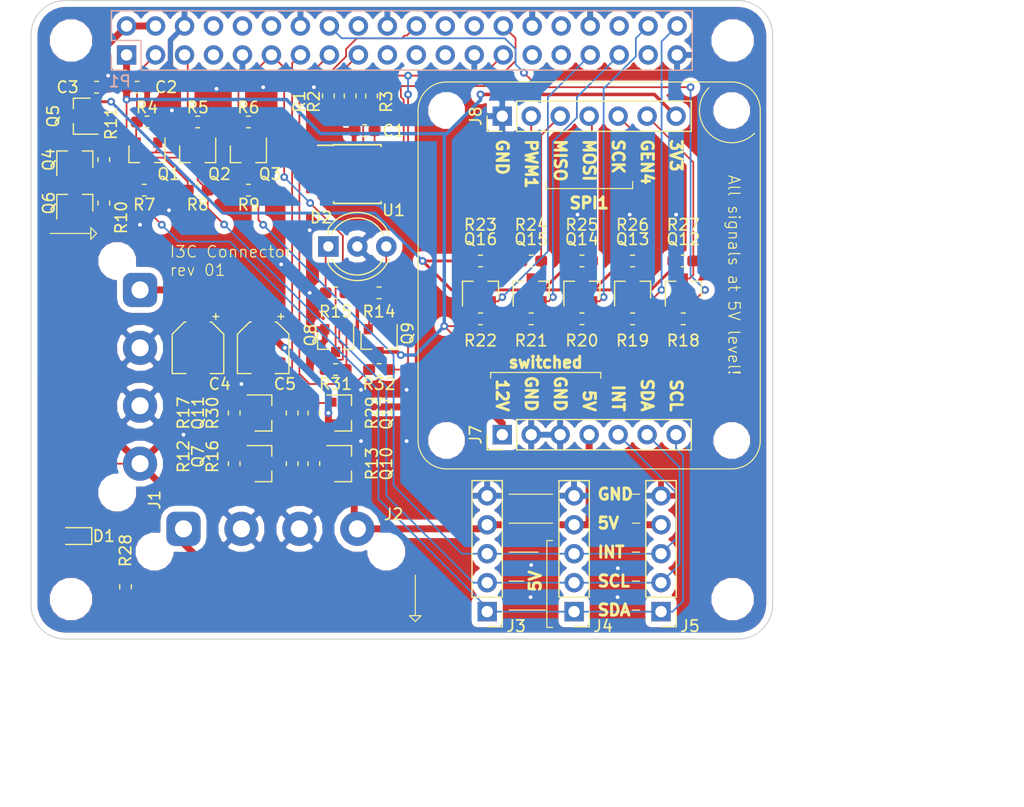
<source format=kicad_pcb>
(kicad_pcb (version 20171130) (host pcbnew 5.0.2+dfsg1-1~bpo9+1)
  (title_block (date "15 nov 2012"))
  (layers (0 F.Cu mixed) (31 B.Cu mixed) (34 B.Paste user) (35 F.Paste user) (36 B.SilkS user) (37 F.SilkS user) (38 B.Mask user) (39 F.Mask user) (44 Edge.Cuts user))
  (net 0 "")
  (net 1 +3V3)
  (net 2 +5V)
  (net 3 GND)
  (net 4 ID_SD)
  (net 5 ID_SC)
  (net 6 SDA)
  (net 7 SCL)
  (net 8 INT)
  (net 9 SDA_5V)
  (net 10 SCL_5V)
  (net 11 INT_5V)
  (net 12 +5VP)
  (net 13 "Net-(Q4-Pad1)")
  (net 14 "Net-(Q4-Pad3)")
  (net 15 +12V)
  (net 16 +12VA)
  (net 17 +5VA)
  (net 18 "Net-(Q7-Pad1)")
  (net 19 +3.3VA)
  (net 20 "Net-(D2-Pad1)")
  (net 21 "Net-(D2-Pad3)")
  (net 22 "Net-(Q10-Pad1)")
  (net 23 "Net-(Q9-Pad2)")
  (net 24 GPIO)
  (net 25 PWM)
  (net 26 SPI_MISO)
  (net 27 SPI_MOSI)
  (net 28 SPI_SCK)
  (net 29 ID_WP)
  (net 30 GPIO_5V)
  (net 31 PWM_5V)
  (net 32 SPI_SCK_5V)
  (net 33 SPI_MOSI_5V)
  (net 34 SPI_MISO_5V)
  (net 35 "Net-(D1-Pad1)")
  (net 36 ACTIVATE_5V)
  (net 37 ACTIVATE_12V)
  (net 38 "Net-(Q11-Pad1)")
  (net 39 "Net-(Q7-Pad3)")
  (net 40 "Net-(Q11-Pad3)")
  (net 41 "Net-(Q17-Pad1)")
  (net 42 "Net-(Q8-Pad1)")
  (net 43 "Net-(Q9-Pad1)")
  (module Connector_PinHeader_2.54mm:PinHeader_1x05_P2.54mm_Vertical (layer F.Cu) (at 95.2 83.465 180)
    (fp_text reference J4 (at -2.54 -1.27 180) (layer F.SilkS))
    (fp_text value Conn_01x05_Male)
    (pad 1 thru_hole rect (at 0 0 180) (size 1.7 1.7) (drill 1) (layers *.Cu *.Mask) (net 9 SDA_5V))
    (pad 2 thru_hole oval (at 0 2.54 180) (size 1.7 1.7) (drill 1) (layers *.Cu *.Mask) (net 10 SCL_5V))
    (pad 3 thru_hole oval (at 0 5.08 180) (size 1.7 1.7) (drill 1) (layers *.Cu *.Mask) (net 11 INT_5V))
    (pad 4 thru_hole oval (at 0 7.62 180) (size 1.7 1.7) (drill 1) (layers *.Cu *.Mask) (net 17 +5VA))
    (pad 5 thru_hole oval (at 0 10.16 180) (size 1.7 1.7) (drill 1) (layers *.Cu *.Mask) (net 3 GND))
  )
  (module Package_TO_SOT_SMD:SOT-23 (layer F.Cu) (at 57.76 43.32 270)
    (fp_text reference Q1 (at 1.765 -1.905) (layer F.SilkS))
    (fp_text value BSS138)
    (pad 3 smd rect (at 1 0 270) (size 0.9 0.8) (layers F.Cu F.Paste F.Mask) (net 9 SDA_5V))
    (pad 2 smd rect (at -1 0.95 270) (size 0.9 0.8) (layers F.Cu F.Paste F.Mask) (net 6 SDA))
    (pad 1 smd rect (at -1 -0.95 270) (size 0.9 0.8) (layers F.Cu F.Paste F.Mask) (net 1 +3V3))
  )
  (module Capacitor_SMD:C_0603_1608Metric_Pad1.05x0.95mm_HandSolder (layer F.Cu) (at 66.65 46.495)
    (fp_text reference R9 (at 0.025 1.27) (layer F.SilkS))
    (fp_text value 10K)
    (pad 2 smd roundrect (at 0.875 0) (size 1.05 0.95) (layers F.Cu F.Paste F.Mask) (net 11 INT_5V))
    (pad 1 smd roundrect (at -0.875 0) (size 1.05 0.95) (layers F.Cu F.Paste F.Mask) (net 2 +5V))
  )
  (module Package_TO_SOT_SMD:SOT-23 (layer F.Cu) (at 62.205 43.32 270)
    (fp_text reference Q2 (at 1.765 -1.905) (layer F.SilkS))
    (fp_text value BSS138)
    (pad 1 smd rect (at -1 -0.95 270) (size 0.9 0.8) (layers F.Cu F.Paste F.Mask) (net 1 +3V3))
    (pad 2 smd rect (at -1 0.95 270) (size 0.9 0.8) (layers F.Cu F.Paste F.Mask) (net 7 SCL))
    (pad 3 smd rect (at 1 0 270) (size 0.9 0.8) (layers F.Cu F.Paste F.Mask) (net 10 SCL_5V))
  )
  (module Package_TO_SOT_SMD:SOT-23 (layer F.Cu) (at 66.65 43.32 270)
    (fp_text reference Q3 (at 1.765 -1.905) (layer F.SilkS))
    (fp_text value BSS138)
    (pad 1 smd rect (at -1 -0.95 270) (size 0.9 0.8) (layers F.Cu F.Paste F.Mask) (net 1 +3V3))
    (pad 2 smd rect (at -1 0.95 270) (size 0.9 0.8) (layers F.Cu F.Paste F.Mask) (net 8 INT))
    (pad 3 smd rect (at 1 0 270) (size 0.9 0.8) (layers F.Cu F.Paste F.Mask) (net 11 INT_5V))
  )
  (module Capacitor_SMD:C_0603_1608Metric_Pad1.05x0.95mm_HandSolder (layer F.Cu) (at 62.205 46.495)
    (fp_text reference R8 (at 0 1.27) (layer F.SilkS))
    (fp_text value 10K)
    (pad 2 smd roundrect (at 0.875 0) (size 1.05 0.95) (layers F.Cu F.Paste F.Mask) (net 10 SCL_5V))
    (pad 1 smd roundrect (at -0.875 0) (size 1.05 0.95) (layers F.Cu F.Paste F.Mask) (net 2 +5V))
  )
  (module Capacitor_SMD:C_0603_1608Metric_Pad1.05x0.95mm_HandSolder (layer F.Cu) (at 66.65 40.513 180)
    (fp_text reference R6 (at 0 1.27 180) (layer F.SilkS))
    (fp_text value 10K)
    (pad 1 smd roundrect (at -0.875 0 180) (size 1.05 0.95) (layers F.Cu F.Paste F.Mask) (net 1 +3V3))
    (pad 2 smd roundrect (at 0.875 0 180) (size 1.05 0.95) (layers F.Cu F.Paste F.Mask) (net 8 INT))
  )
  (module Capacitor_SMD:C_0603_1608Metric_Pad1.05x0.95mm_HandSolder (layer F.Cu) (at 57.52 46.495)
    (fp_text reference R7 (at 0 1.27) (layer F.SilkS))
    (fp_text value 10K)
    (pad 1 smd roundrect (at -0.875 0) (size 1.05 0.95) (layers F.Cu F.Paste F.Mask) (net 2 +5V))
    (pad 2 smd roundrect (at 0.875 0) (size 1.05 0.95) (layers F.Cu F.Paste F.Mask) (net 9 SDA_5V))
  )
  (module Connector_PinSocket_2.54mm:PinSocket_2x20_P2.54mm_Vertical (layer B.Cu) (at 55.97 34.635 270)
    (fp_text reference P1 (at 2.322 0.598 180) (layer B.SilkS) (effects (justify mirror)))
    (fp_text value Conn_02x20_Odd_Even)
    (pad 1 thru_hole rect (at 0 0 270) (size 1.7 1.7) (drill 1) (layers *.Cu *.Mask) (net 1 +3V3))
    (pad 2 thru_hole oval (at -2.54 0 270) (size 1.7 1.7) (drill 1) (layers *.Cu *.Mask) (net 2 +5V))
    (pad 3 thru_hole oval (at 0 -2.54 270) (size 1.7 1.7) (drill 1) (layers *.Cu *.Mask) (net 6 SDA))
    (pad 4 thru_hole oval (at -2.54 -2.54 270) (size 1.7 1.7) (drill 1) (layers *.Cu *.Mask) (net 2 +5V))
    (pad 5 thru_hole oval (at 0 -5.08 270) (size 1.7 1.7) (drill 1) (layers *.Cu *.Mask) (net 7 SCL))
    (pad 6 thru_hole oval (at -2.54 -5.08 270) (size 1.7 1.7) (drill 1) (layers *.Cu *.Mask) (net 3 GND))
    (pad 7 thru_hole oval (at 0 -7.62 270) (size 1.7 1.7) (drill 1) (layers *.Cu *.Mask))
    (pad 8 thru_hole oval (at -2.54 -7.62 270) (size 1.7 1.7) (drill 1) (layers *.Cu *.Mask))
    (pad 9 thru_hole oval (at 0 -10.16 270) (size 1.7 1.7) (drill 1) (layers *.Cu *.Mask) (net 3 GND))
    (pad 10 thru_hole oval (at -2.54 -10.16 270) (size 1.7 1.7) (drill 1) (layers *.Cu *.Mask))
    (pad 11 thru_hole oval (at 0 -12.7 270) (size 1.7 1.7) (drill 1) (layers *.Cu *.Mask) (net 8 INT))
    (pad 12 thru_hole oval (at -2.54 -12.7 270) (size 1.7 1.7) (drill 1) (layers *.Cu *.Mask))
    (pad 13 thru_hole oval (at 0 -15.24 270) (size 1.7 1.7) (drill 1) (layers *.Cu *.Mask) (net 37 ACTIVATE_12V))
    (pad 14 thru_hole oval (at -2.54 -15.24 270) (size 1.7 1.7) (drill 1) (layers *.Cu *.Mask) (net 3 GND))
    (pad 15 thru_hole oval (at 0 -17.78 270) (size 1.7 1.7) (drill 1) (layers *.Cu *.Mask) (net 36 ACTIVATE_5V))
    (pad 16 thru_hole oval (at -2.54 -17.78 270) (size 1.7 1.7) (drill 1) (layers *.Cu *.Mask) (net 24 GPIO))
    (pad 17 thru_hole oval (at 0 -20.32 270) (size 1.7 1.7) (drill 1) (layers *.Cu *.Mask) (net 19 +3.3VA))
    (pad 18 thru_hole oval (at -2.54 -20.32 270) (size 1.7 1.7) (drill 1) (layers *.Cu *.Mask))
    (pad 19 thru_hole oval (at 0 -22.86 270) (size 1.7 1.7) (drill 1) (layers *.Cu *.Mask))
    (pad 20 thru_hole oval (at -2.54 -22.86 270) (size 1.7 1.7) (drill 1) (layers *.Cu *.Mask) (net 3 GND))
    (pad 21 thru_hole oval (at 0 -25.4 270) (size 1.7 1.7) (drill 1) (layers *.Cu *.Mask))
    (pad 22 thru_hole oval (at -2.54 -25.4 270) (size 1.7 1.7) (drill 1) (layers *.Cu *.Mask) (net 29 ID_WP))
    (pad 23 thru_hole oval (at 0 -27.94 270) (size 1.7 1.7) (drill 1) (layers *.Cu *.Mask))
    (pad 24 thru_hole oval (at -2.54 -27.94 270) (size 1.7 1.7) (drill 1) (layers *.Cu *.Mask))
    (pad 25 thru_hole oval (at 0 -30.48 270) (size 1.7 1.7) (drill 1) (layers *.Cu *.Mask) (net 3 GND))
    (pad 26 thru_hole oval (at -2.54 -30.48 270) (size 1.7 1.7) (drill 1) (layers *.Cu *.Mask))
    (pad 27 thru_hole oval (at 0 -33.02 270) (size 1.7 1.7) (drill 1) (layers *.Cu *.Mask) (net 4 ID_SD))
    (pad 28 thru_hole oval (at -2.54 -33.02 270) (size 1.7 1.7) (drill 1) (layers *.Cu *.Mask) (net 5 ID_SC))
    (pad 29 thru_hole oval (at 0 -35.56 270) (size 1.7 1.7) (drill 1) (layers *.Cu *.Mask))
    (pad 30 thru_hole oval (at -2.54 -35.56 270) (size 1.7 1.7) (drill 1) (layers *.Cu *.Mask) (net 3 GND))
    (pad 31 thru_hole oval (at 0 -38.1 270) (size 1.7 1.7) (drill 1) (layers *.Cu *.Mask))
    (pad 32 thru_hole oval (at -2.54 -38.1 270) (size 1.7 1.7) (drill 1) (layers *.Cu *.Mask))
    (pad 33 thru_hole oval (at 0 -40.64 270) (size 1.7 1.7) (drill 1) (layers *.Cu *.Mask) (net 25 PWM))
    (pad 34 thru_hole oval (at -2.54 -40.64 270) (size 1.7 1.7) (drill 1) (layers *.Cu *.Mask) (net 3 GND))
    (pad 35 thru_hole oval (at 0 -43.18 270) (size 1.7 1.7) (drill 1) (layers *.Cu *.Mask) (net 26 SPI_MISO))
    (pad 36 thru_hole oval (at -2.54 -43.18 270) (size 1.7 1.7) (drill 1) (layers *.Cu *.Mask))
    (pad 37 thru_hole oval (at 0 -45.72 270) (size 1.7 1.7) (drill 1) (layers *.Cu *.Mask))
    (pad 38 thru_hole oval (at -2.54 -45.72 270) (size 1.7 1.7) (drill 1) (layers *.Cu *.Mask) (net 27 SPI_MOSI))
    (pad 39 thru_hole oval (at 0 -48.26 270) (size 1.7 1.7) (drill 1) (layers *.Cu *.Mask) (net 3 GND))
    (pad 40 thru_hole oval (at -2.54 -48.26 270) (size 1.7 1.7) (drill 1) (layers *.Cu *.Mask) (net 28 SPI_SCK))
  )
  (module MountingHole:MountingHole_2.7mm_M2.5 (layer F.Cu) (at 109.1 82.505)
    (fp_text reference MK4 hide)
    (fp_text value M2.5)
    (pad "" np_thru_hole circle (at 0 -0.14) (size 2.7 2.7) (drill 2.7) (layers *.Cu *.Mask))
  )
  (module MountingHole:MountingHole_2.7mm_M2.5 (layer F.Cu) (at 51.1 82.365)
    (fp_text reference MK3 hide)
    (fp_text value M2.5)
    (pad 1 np_thru_hole circle (at 0 0) (size 2.7 2.7) (drill 2.7) (layers *.Cu *.Mask))
  )
  (module MountingHole:MountingHole_2.7mm_M2.5 (layer F.Cu) (at 109.1 33.365 180)
    (fp_text reference MK2 hide)
    (fp_text value M2.5)
    (pad 1 np_thru_hole circle (at 0 0 180) (size 2.7 2.7) (drill 2.7) (layers *.Cu *.Mask))
  )
  (module MountingHole:MountingHole_2.7mm_M2.5 (layer F.Cu) (at 51.1 33.365 180)
    (fp_text reference MK1 hide)
    (fp_text value M2.5)
    (pad 1 np_thru_hole circle (at 0 0 180) (size 2.7 2.7) (drill 2.7) (layers *.Cu *.Mask))
  )
  (module Capacitor_SMD:C_0603_1608Metric_Pad1.05x0.95mm_HandSolder (layer F.Cu) (at 76.835 41.275 180)
    (fp_text reference C1 (at -2.54 0 180) (layer F.SilkS))
    (fp_text value 100n)
    (pad 1 smd roundrect (at -0.875 0 180) (size 1.05 0.95) (layers F.Cu F.Paste F.Mask) (net 19 +3.3VA))
    (pad 2 smd roundrect (at 0.875 0 180) (size 1.05 0.95) (layers F.Cu F.Paste F.Mask) (net 3 GND))
  )
  (module Capacitor_SMD:C_0603_1608Metric_Pad1.05x0.95mm_HandSolder (layer F.Cu) (at 73.66 38.227 90)
    (fp_text reference R1 (at -0.508 -2.54 90) (layer F.SilkS))
    (fp_text value 1K)
    (pad 2 smd roundrect (at 0.875 0 90) (size 1.05 0.95) (layers F.Cu F.Paste F.Mask) (net 29 ID_WP))
    (pad 1 smd roundrect (at -0.875 0 90) (size 1.05 0.95) (layers F.Cu F.Paste F.Mask) (net 19 +3.3VA))
  )
  (module Capacitor_SMD:C_0603_1608Metric_Pad1.05x0.95mm_HandSolder (layer F.Cu) (at 75.565 38.227 90)
    (fp_text reference R2 (at -0.508 -3.175 90) (layer F.SilkS))
    (fp_text value 3K9)
    (pad 1 smd roundrect (at -0.875 0 90) (size 1.05 0.95) (layers F.Cu F.Paste F.Mask) (net 19 +3.3VA))
    (pad 2 smd roundrect (at 0.875 0 90) (size 1.05 0.95) (layers F.Cu F.Paste F.Mask) (net 4 ID_SD))
  )
  (module Capacitor_SMD:C_0603_1608Metric_Pad1.05x0.95mm_HandSolder (layer F.Cu) (at 77.445 38.24 90)
    (fp_text reference R3 (at -0.495 1.295 90) (layer F.SilkS))
    (fp_text value 3K9)
    (pad 2 smd roundrect (at 0.875 0 90) (size 1.05 0.95) (layers F.Cu F.Paste F.Mask) (net 5 ID_SC))
    (pad 1 smd roundrect (at -0.875 0 90) (size 1.05 0.95) (layers F.Cu F.Paste F.Mask) (net 19 +3.3VA))
  )
  (module Package_SO:SOIC-8_3.9x4.9mm_P1.27mm (layer F.Cu) (at 76.2 45.085)
    (fp_text reference U1 (at 3.175 3.175) (layer F.SilkS))
    (fp_text value M24C02-WMN)
    (pad 1 smd rect (at -2.7 -1.905) (size 1.55 0.6) (layers F.Cu F.Paste F.Mask) (net 3 GND))
    (pad 2 smd rect (at -2.7 -0.635) (size 1.55 0.6) (layers F.Cu F.Paste F.Mask) (net 3 GND))
    (pad 3 smd rect (at -2.7 0.635) (size 1.55 0.6) (layers F.Cu F.Paste F.Mask) (net 3 GND))
    (pad 4 smd rect (at -2.7 1.905) (size 1.55 0.6) (layers F.Cu F.Paste F.Mask) (net 3 GND))
    (pad 5 smd rect (at 2.7 1.905) (size 1.55 0.6) (layers F.Cu F.Paste F.Mask) (net 4 ID_SD))
    (pad 6 smd rect (at 2.7 0.635) (size 1.55 0.6) (layers F.Cu F.Paste F.Mask) (net 5 ID_SC))
    (pad 7 smd rect (at 2.7 -0.635) (size 1.55 0.6) (layers F.Cu F.Paste F.Mask) (net 29 ID_WP))
    (pad 8 smd rect (at 2.7 -1.905) (size 1.55 0.6) (layers F.Cu F.Paste F.Mask) (net 19 +3.3VA))
  )
  (module Capacitor_SMD:C_0603_1608Metric_Pad1.05x0.95mm_HandSolder (layer F.Cu) (at 57.76 40.513 180)
    (fp_text reference R4 (at 0 1.27 180) (layer F.SilkS))
    (fp_text value 10K)
    (pad 1 smd roundrect (at -0.875 0 180) (size 1.05 0.95) (layers F.Cu F.Paste F.Mask) (net 1 +3V3))
    (pad 2 smd roundrect (at 0.875 0 180) (size 1.05 0.95) (layers F.Cu F.Paste F.Mask) (net 6 SDA))
  )
  (module Capacitor_SMD:C_0603_1608Metric_Pad1.05x0.95mm_HandSolder (layer F.Cu) (at 62.205 40.513 180)
    (fp_text reference R5 (at 0 1.27 180) (layer F.SilkS))
    (fp_text value 10K)
    (pad 2 smd roundrect (at 0.875 0 180) (size 1.05 0.95) (layers F.Cu F.Paste F.Mask) (net 7 SCL))
    (pad 1 smd roundrect (at -0.875 0 180) (size 1.05 0.95) (layers F.Cu F.Paste F.Mask) (net 1 +3V3))
  )
  (module Capacitor_SMD:C_0603_1608Metric_Pad1.05x0.95mm_HandSolder (layer F.Cu) (at 53.975 47.625 270)
    (fp_text reference R10 (at 1.27 -1.524 270) (layer F.SilkS))
    (fp_text value 10K)
    (pad 2 smd roundrect (at 0.875 0 270) (size 1.05 0.95) (layers F.Cu F.Paste F.Mask) (net 3 GND))
    (pad 1 smd roundrect (at -0.875 0 270) (size 1.05 0.95) (layers F.Cu F.Paste F.Mask) (net 13 "Net-(Q4-Pad1)"))
  )
  (module Capacitor_SMD:C_0603_1608Metric_Pad1.05x0.95mm_HandSolder (layer F.Cu) (at 53.975 43.815 270)
    (fp_text reference R11 (at -3.175 -0.635 270) (layer F.SilkS))
    (fp_text value 47K)
    (pad 1 smd roundrect (at -0.875 0 270) (size 1.05 0.95) (layers F.Cu F.Paste F.Mask) (net 14 "Net-(Q4-Pad3)"))
    (pad 2 smd roundrect (at 0.875 0 270) (size 1.05 0.95) (layers F.Cu F.Paste F.Mask) (net 3 GND))
  )
  (module Package_TO_SOT_SMD:SOT-23 (layer F.Cu) (at 51.435 43.815 90)
    (fp_text reference Q4 (at 0 -2.286 90) (layer F.SilkS))
    (fp_text value "BC 807-25")
    (pad 1 smd rect (at -1 -0.95 90) (size 0.9 0.8) (layers F.Cu F.Paste F.Mask) (net 13 "Net-(Q4-Pad1)"))
    (pad 2 smd rect (at -1 0.95 90) (size 0.9 0.8) (layers F.Cu F.Paste F.Mask) (net 2 +5V))
    (pad 3 smd rect (at 1 0 90) (size 0.9 0.8) (layers F.Cu F.Paste F.Mask) (net 14 "Net-(Q4-Pad3)"))
  )
  (module Package_TO_SOT_SMD:SOT-23 (layer F.Cu) (at 52.07 40.005 180)
    (fp_text reference Q5 (at 2.54 0 90) (layer F.SilkS))
    (fp_text value "AO 3415A")
    (pad 1 smd rect (at -1 -0.95 180) (size 0.9 0.8) (layers F.Cu F.Paste F.Mask) (net 14 "Net-(Q4-Pad3)"))
    (pad 2 smd rect (at -1 0.95 180) (size 0.9 0.8) (layers F.Cu F.Paste F.Mask) (net 2 +5V))
    (pad 3 smd rect (at 1 0 180) (size 0.9 0.8) (layers F.Cu F.Paste F.Mask) (net 12 +5VP))
  )
  (module Package_TO_SOT_SMD:SOT-23 (layer F.Cu) (at 51.435 47.625 90)
    (fp_text reference Q6 (at 0 -2.286 90) (layer F.SilkS))
    (fp_text value "BC 807-25")
    (pad 3 smd rect (at 1 0 90) (size 0.9 0.8) (layers F.Cu F.Paste F.Mask) (net 13 "Net-(Q4-Pad1)"))
    (pad 2 smd rect (at -1 0.95 90) (size 0.9 0.8) (layers F.Cu F.Paste F.Mask) (net 12 +5VP))
    (pad 1 smd rect (at -1 -0.95 90) (size 0.9 0.8) (layers F.Cu F.Paste F.Mask) (net 13 "Net-(Q4-Pad1)"))
  )
  (module Connector_PinHeader_2.54mm:PinHeader_1x05_P2.54mm_Vertical (layer F.Cu) (at 87.58 83.465 180)
    (fp_text reference J3 (at -2.54 -1.27 180) (layer F.SilkS))
    (fp_text value Conn_01x05_Male)
    (pad 1 thru_hole rect (at 0 0 180) (size 1.7 1.7) (drill 1) (layers *.Cu *.Mask) (net 9 SDA_5V))
    (pad 2 thru_hole oval (at 0 2.54 180) (size 1.7 1.7) (drill 1) (layers *.Cu *.Mask) (net 10 SCL_5V))
    (pad 3 thru_hole oval (at 0 5.08 180) (size 1.7 1.7) (drill 1) (layers *.Cu *.Mask) (net 11 INT_5V))
    (pad 4 thru_hole oval (at 0 7.62 180) (size 1.7 1.7) (drill 1) (layers *.Cu *.Mask) (net 17 +5VA))
    (pad 5 thru_hole oval (at 0 10.16 180) (size 1.7 1.7) (drill 1) (layers *.Cu *.Mask) (net 3 GND))
  )
  (module Connector_PinHeader_2.54mm:PinHeader_1x05_P2.54mm_Vertical (layer F.Cu) (at 102.82 83.465 180)
    (fp_text reference J5 (at -2.54 -1.27 180) (layer F.SilkS))
    (fp_text value Conn_01x05_Male)
    (pad 5 thru_hole oval (at 0 10.16 180) (size 1.7 1.7) (drill 1) (layers *.Cu *.Mask) (net 3 GND))
    (pad 4 thru_hole oval (at 0 7.62 180) (size 1.7 1.7) (drill 1) (layers *.Cu *.Mask) (net 17 +5VA))
    (pad 3 thru_hole oval (at 0 5.08 180) (size 1.7 1.7) (drill 1) (layers *.Cu *.Mask) (net 11 INT_5V))
    (pad 2 thru_hole oval (at 0 2.54 180) (size 1.7 1.7) (drill 1) (layers *.Cu *.Mask) (net 10 SCL_5V))
    (pad 1 thru_hole rect (at 0 0 180) (size 1.7 1.7) (drill 1) (layers *.Cu *.Mask) (net 9 SDA_5V))
  )
  (module Package_TO_SOT_SMD:SOT-23 (layer F.Cu) (at 74.295 59.69 270)
    (fp_text reference Q8 (at -0.485 2.195 90) (layer F.SilkS))
    (fp_text value "BC 818-25")
    (pad 1 smd rect (at -1 -0.95 270) (size 0.9 0.8) (layers F.Cu F.Paste F.Mask) (net 42 "Net-(Q8-Pad1)"))
    (pad 2 smd rect (at -1 0.95 270) (size 0.9 0.8) (layers F.Cu F.Paste F.Mask) (net 3 GND))
    (pad 3 smd rect (at 1 0 270) (size 0.9 0.8) (layers F.Cu F.Paste F.Mask) (net 20 "Net-(D2-Pad1)"))
  )
  (module Capacitor_SMD:C_0603_1608Metric_Pad1.05x0.95mm_HandSolder (layer F.Cu) (at 78.105 55.499)
    (fp_text reference R14 (at 0 1.651) (layer F.SilkS))
    (fp_text value 150R)
    (pad 2 smd roundrect (at 0.875 0) (size 1.05 0.95) (layers F.Cu F.Paste F.Mask) (net 21 "Net-(D2-Pad3)"))
    (pad 1 smd roundrect (at -0.875 0) (size 1.05 0.95) (layers F.Cu F.Paste F.Mask) (net 23 "Net-(Q9-Pad2)"))
  )
  (module Capacitor_SMD:C_0603_1608Metric_Pad1.05x0.95mm_HandSolder (layer F.Cu) (at 74.295 55.499 180)
    (fp_text reference R15 (at 0 -1.651 180) (layer F.SilkS))
    (fp_text value 150R)
    (pad 1 smd roundrect (at -0.875 0 180) (size 1.05 0.95) (layers F.Cu F.Paste F.Mask) (net 1 +3V3))
    (pad 2 smd roundrect (at 0.875 0 180) (size 1.05 0.95) (layers F.Cu F.Paste F.Mask) (net 20 "Net-(D2-Pad1)"))
  )
  (module LED_THT:LED_D5.0mm-3 (layer F.Cu) (at 73.66 51.435)
    (fp_text reference D2 (at -0.635 -2.54) (layer F.SilkS))
    (fp_text value "LED5 RG-3")
    (pad 1 thru_hole rect (at 0 0) (size 1.8 1.8) (drill 0.9) (layers *.Cu *.Mask) (net 20 "Net-(D2-Pad1)"))
    (pad 2 thru_hole circle (at 2.54 0) (size 1.8 1.8) (drill 0.9) (layers *.Cu *.Mask) (net 3 GND))
    (pad 3 thru_hole circle (at 5.08 0) (size 1.8 1.8) (drill 0.9) (layers *.Cu *.Mask) (net 21 "Net-(D2-Pad3)"))
  )
  (module Package_TO_SOT_SMD:SOT-23 (layer F.Cu) (at 78.105 59.69 270)
    (fp_text reference Q9 (at -0.635 -2.495 90) (layer F.SilkS))
    (fp_text value "BC 818-25")
    (pad 1 smd rect (at -1 -0.95 270) (size 0.9 0.8) (layers F.Cu F.Paste F.Mask) (net 43 "Net-(Q9-Pad1)"))
    (pad 2 smd rect (at -1 0.95 270) (size 0.9 0.8) (layers F.Cu F.Paste F.Mask) (net 23 "Net-(Q9-Pad2)"))
    (pad 3 smd rect (at 1 0 270) (size 0.9 0.8) (layers F.Cu F.Paste F.Mask) (net 1 +3V3))
  )
  (module Connector_PinHeader_2.54mm:PinHeader_1x07_P2.54mm_Vertical (layer F.Cu) (at 88.9 67.945 90)
    (fp_text reference J7 (at 0 -2.33 90) (layer F.SilkS))
    (fp_text value Conn_01x07_Male)
    (pad 1 thru_hole rect (at 0 0 90) (size 1.7 1.7) (drill 1) (layers *.Cu *.Mask) (net 16 +12VA))
    (pad 2 thru_hole oval (at 0 2.54 90) (size 1.7 1.7) (drill 1) (layers *.Cu *.Mask) (net 3 GND))
    (pad 3 thru_hole oval (at 0 5.08 90) (size 1.7 1.7) (drill 1) (layers *.Cu *.Mask) (net 3 GND))
    (pad 4 thru_hole oval (at 0 7.62 90) (size 1.7 1.7) (drill 1) (layers *.Cu *.Mask) (net 17 +5VA))
    (pad 5 thru_hole oval (at 0 10.16 90) (size 1.7 1.7) (drill 1) (layers *.Cu *.Mask) (net 11 INT_5V))
    (pad 6 thru_hole oval (at 0 12.7 90) (size 1.7 1.7) (drill 1) (layers *.Cu *.Mask) (net 10 SCL_5V))
    (pad 7 thru_hole oval (at 0 15.24 90) (size 1.7 1.7) (drill 1) (layers *.Cu *.Mask) (net 9 SDA_5V))
  )
  (module Connector_PinHeader_2.54mm:PinHeader_1x07_P2.54mm_Vertical (layer F.Cu) (at 88.9 40.005 90)
    (fp_text reference J8 (at 0 -2.33 90) (layer F.SilkS))
    (fp_text value Conn_01x07_Male)
    (pad 7 thru_hole oval (at 0 15.24 90) (size 1.7 1.7) (drill 1) (layers *.Cu *.Mask) (net 1 +3V3))
    (pad 6 thru_hole oval (at 0 12.7 90) (size 1.7 1.7) (drill 1) (layers *.Cu *.Mask) (net 30 GPIO_5V))
    (pad 5 thru_hole oval (at 0 10.16 90) (size 1.7 1.7) (drill 1) (layers *.Cu *.Mask) (net 32 SPI_SCK_5V))
    (pad 4 thru_hole oval (at 0 7.62 90) (size 1.7 1.7) (drill 1) (layers *.Cu *.Mask) (net 33 SPI_MOSI_5V))
    (pad 3 thru_hole oval (at 0 5.08 90) (size 1.7 1.7) (drill 1) (layers *.Cu *.Mask) (net 34 SPI_MISO_5V))
    (pad 2 thru_hole oval (at 0 2.54 90) (size 1.7 1.7) (drill 1) (layers *.Cu *.Mask) (net 31 PWM_5V))
    (pad 1 thru_hole rect (at 0 0 90) (size 1.7 1.7) (drill 1) (layers *.Cu *.Mask) (net 3 GND))
  )
  (module MountingHole:MountingHole_2.2mm_M2_DIN965 (layer F.Cu) (at 84.02 39.505)
    (fp_text reference MK5 hide)
    (fp_text value 2.0)
    (pad 1 np_thru_hole circle (at 0 0) (size 2.2 2.2) (drill 2.2) (layers *.Cu *.Mask))
  )
  (module MountingHole:MountingHole_2.2mm_M2_DIN965 (layer F.Cu) (at 84.02 68.445)
    (fp_text reference MK6 hide)
    (fp_text value 2.0)
    (pad 1 np_thru_hole circle (at 0 0) (size 2.2 2.2) (drill 2.2) (layers *.Cu *.Mask))
  )
  (module MountingHole:MountingHole_2.2mm_M2_DIN965 (layer F.Cu) (at 109.02 39.505)
    (fp_text reference MK7 hide)
    (fp_text value 2.0)
    (pad 1 np_thru_hole circle (at 0 0) (size 2.2 2.2) (drill 2.2) (layers *.Cu *.Mask))
  )
  (module MountingHole:MountingHole_2.2mm_M2_DIN965 (layer F.Cu) (at 109.02 68.445)
    (fp_text reference MK8 hide)
    (fp_text value 2.0)
    (pad 1 np_thru_hole circle (at 0 0) (size 2.2 2.2) (drill 2.2) (layers *.Cu *.Mask))
  )
  (module Package_TO_SOT_SMD:SOT-23 (layer F.Cu) (at 104.775 55.245 90)
    (fp_text reference Q12 (at 4.445 0 180) (layer F.SilkS))
    (fp_text value BSS138)
    (pad 1 smd rect (at -1 -0.95 90) (size 0.9 0.8) (layers F.Cu F.Paste F.Mask) (net 1 +3V3))
    (pad 2 smd rect (at -1 0.95 90) (size 0.9 0.8) (layers F.Cu F.Paste F.Mask) (net 24 GPIO))
    (pad 3 smd rect (at 1 0 90) (size 0.9 0.8) (layers F.Cu F.Paste F.Mask) (net 30 GPIO_5V))
  )
  (module Package_TO_SOT_SMD:SOT-23 (layer F.Cu) (at 100.33 55.245 90)
    (fp_text reference Q13 (at 4.445 0 180) (layer F.SilkS))
    (fp_text value BSS138)
    (pad 3 smd rect (at 1 0 90) (size 0.9 0.8) (layers F.Cu F.Paste F.Mask) (net 32 SPI_SCK_5V))
    (pad 2 smd rect (at -1 0.95 90) (size 0.9 0.8) (layers F.Cu F.Paste F.Mask) (net 28 SPI_SCK))
    (pad 1 smd rect (at -1 -0.95 90) (size 0.9 0.8) (layers F.Cu F.Paste F.Mask) (net 1 +3V3))
  )
  (module Package_TO_SOT_SMD:SOT-23 (layer F.Cu) (at 95.885 55.245 90)
    (fp_text reference Q14 (at 4.445 0 180) (layer F.SilkS))
    (fp_text value BSS138)
    (pad 1 smd rect (at -1 -0.95 90) (size 0.9 0.8) (layers F.Cu F.Paste F.Mask) (net 1 +3V3))
    (pad 2 smd rect (at -1 0.95 90) (size 0.9 0.8) (layers F.Cu F.Paste F.Mask) (net 27 SPI_MOSI))
    (pad 3 smd rect (at 1 0 90) (size 0.9 0.8) (layers F.Cu F.Paste F.Mask) (net 33 SPI_MOSI_5V))
  )
  (module Package_TO_SOT_SMD:SOT-23 (layer F.Cu) (at 91.44 55.245 90)
    (fp_text reference Q15 (at 4.445 0 180) (layer F.SilkS))
    (fp_text value BSS138)
    (pad 3 smd rect (at 1 0 90) (size 0.9 0.8) (layers F.Cu F.Paste F.Mask) (net 34 SPI_MISO_5V))
    (pad 2 smd rect (at -1 0.95 90) (size 0.9 0.8) (layers F.Cu F.Paste F.Mask) (net 26 SPI_MISO))
    (pad 1 smd rect (at -1 -0.95 90) (size 0.9 0.8) (layers F.Cu F.Paste F.Mask) (net 1 +3V3))
  )
  (module Package_TO_SOT_SMD:SOT-23 (layer F.Cu) (at 86.995 55.245 90)
    (fp_text reference Q16 (at 4.445 0 180) (layer F.SilkS))
    (fp_text value BSS138)
    (pad 1 smd rect (at -1 -0.95 90) (size 0.9 0.8) (layers F.Cu F.Paste F.Mask) (net 1 +3V3))
    (pad 2 smd rect (at -1 0.95 90) (size 0.9 0.8) (layers F.Cu F.Paste F.Mask) (net 25 PWM))
    (pad 3 smd rect (at 1 0 90) (size 0.9 0.8) (layers F.Cu F.Paste F.Mask) (net 31 PWM_5V))
  )
  (module Capacitor_SMD:C_0603_1608Metric_Pad1.05x0.95mm_HandSolder (layer F.Cu) (at 104.775 57.785)
    (fp_text reference R18 (at 0 1.905) (layer F.SilkS))
    (fp_text value 10K)
    (pad 1 smd roundrect (at -0.875 0) (size 1.05 0.95) (layers F.Cu F.Paste F.Mask) (net 1 +3V3))
    (pad 2 smd roundrect (at 0.875 0) (size 1.05 0.95) (layers F.Cu F.Paste F.Mask) (net 24 GPIO))
  )
  (module Capacitor_SMD:C_0603_1608Metric_Pad1.05x0.95mm_HandSolder (layer F.Cu) (at 100.33 57.785)
    (fp_text reference R19 (at 0 1.905) (layer F.SilkS))
    (fp_text value 10K)
    (pad 1 smd roundrect (at -0.875 0) (size 1.05 0.95) (layers F.Cu F.Paste F.Mask) (net 1 +3V3))
    (pad 2 smd roundrect (at 0.875 0) (size 1.05 0.95) (layers F.Cu F.Paste F.Mask) (net 28 SPI_SCK))
  )
  (module Capacitor_SMD:C_0603_1608Metric_Pad1.05x0.95mm_HandSolder (layer F.Cu) (at 95.885 57.785)
    (fp_text reference R20 (at 0 1.905) (layer F.SilkS))
    (fp_text value 10K)
    (pad 2 smd roundrect (at 0.875 0) (size 1.05 0.95) (layers F.Cu F.Paste F.Mask) (net 27 SPI_MOSI))
    (pad 1 smd roundrect (at -0.875 0) (size 1.05 0.95) (layers F.Cu F.Paste F.Mask) (net 1 +3V3))
  )
  (module Capacitor_SMD:C_0603_1608Metric_Pad1.05x0.95mm_HandSolder (layer F.Cu) (at 91.44 57.785)
    (fp_text reference R21 (at 0 1.905) (layer F.SilkS))
    (fp_text value 10K)
    (pad 1 smd roundrect (at -0.875 0) (size 1.05 0.95) (layers F.Cu F.Paste F.Mask) (net 1 +3V3))
    (pad 2 smd roundrect (at 0.875 0) (size 1.05 0.95) (layers F.Cu F.Paste F.Mask) (net 26 SPI_MISO))
  )
  (module Capacitor_SMD:C_0603_1608Metric_Pad1.05x0.95mm_HandSolder (layer F.Cu) (at 86.995 57.785)
    (fp_text reference R22 (at 0 1.905) (layer F.SilkS))
    (fp_text value 10K)
    (pad 2 smd roundrect (at 0.875 0) (size 1.05 0.95) (layers F.Cu F.Paste F.Mask) (net 25 PWM))
    (pad 1 smd roundrect (at -0.875 0) (size 1.05 0.95) (layers F.Cu F.Paste F.Mask) (net 1 +3V3))
  )
  (module Capacitor_SMD:C_0603_1608Metric_Pad1.05x0.95mm_HandSolder (layer F.Cu) (at 86.995 52.705)
    (fp_text reference R23 (at 0 -3.175) (layer F.SilkS))
    (fp_text value 10K)
    (pad 2 smd roundrect (at 0.875 0) (size 1.05 0.95) (layers F.Cu F.Paste F.Mask) (net 31 PWM_5V))
    (pad 1 smd roundrect (at -0.875 0) (size 1.05 0.95) (layers F.Cu F.Paste F.Mask) (net 2 +5V))
  )
  (module Capacitor_SMD:C_0603_1608Metric_Pad1.05x0.95mm_HandSolder (layer F.Cu) (at 91.44 52.705)
    (fp_text reference R24 (at 0 -3.175) (layer F.SilkS))
    (fp_text value 10K)
    (pad 1 smd roundrect (at -0.875 0) (size 1.05 0.95) (layers F.Cu F.Paste F.Mask) (net 2 +5V))
    (pad 2 smd roundrect (at 0.875 0) (size 1.05 0.95) (layers F.Cu F.Paste F.Mask) (net 34 SPI_MISO_5V))
  )
  (module Capacitor_SMD:C_0603_1608Metric_Pad1.05x0.95mm_HandSolder (layer F.Cu) (at 95.885 52.705)
    (fp_text reference R25 (at 0 -3.175) (layer F.SilkS))
    (fp_text value 10K)
    (pad 2 smd roundrect (at 0.875 0) (size 1.05 0.95) (layers F.Cu F.Paste F.Mask) (net 33 SPI_MOSI_5V))
    (pad 1 smd roundrect (at -0.875 0) (size 1.05 0.95) (layers F.Cu F.Paste F.Mask) (net 2 +5V))
  )
  (module Capacitor_SMD:C_0603_1608Metric_Pad1.05x0.95mm_HandSolder (layer F.Cu) (at 100.33 52.705)
    (fp_text reference R26 (at 0 -3.175) (layer F.SilkS))
    (fp_text value 10K)
    (pad 1 smd roundrect (at -0.875 0) (size 1.05 0.95) (layers F.Cu F.Paste F.Mask) (net 2 +5V))
    (pad 2 smd roundrect (at 0.875 0) (size 1.05 0.95) (layers F.Cu F.Paste F.Mask) (net 32 SPI_SCK_5V))
  )
  (module Capacitor_SMD:C_0603_1608Metric_Pad1.05x0.95mm_HandSolder (layer F.Cu) (at 104.775 52.705)
    (fp_text reference R27 (at 0 -3.175) (layer F.SilkS))
    (fp_text value 10K)
    (pad 2 smd roundrect (at 0.875 0) (size 1.05 0.95) (layers F.Cu F.Paste F.Mask) (net 30 GPIO_5V))
    (pad 1 smd roundrect (at -0.875 0) (size 1.05 0.95) (layers F.Cu F.Paste F.Mask) (net 2 +5V))
  )
  (module Capacitor_SMD:C_0603_1608Metric_Pad1.05x0.95mm_HandSolder (layer F.Cu) (at 56.896 37.465)
    (fp_text reference C2 (at 2.54 0) (layer F.SilkS))
    (fp_text value 100n)
    (pad 2 smd roundrect (at 0.875 0) (size 1.05 0.95) (layers F.Cu F.Paste F.Mask) (net 3 GND))
    (pad 1 smd roundrect (at -0.875 0) (size 1.05 0.95) (layers F.Cu F.Paste F.Mask) (net 1 +3V3))
  )
  (module Capacitor_SMD:C_0603_1608Metric_Pad1.05x0.95mm_HandSolder (layer F.Cu) (at 53.34 37.465)
    (fp_text reference C3 (at -2.54 0) (layer F.SilkS))
    (fp_text value 100n)
    (pad 1 smd roundrect (at -0.875 0) (size 1.05 0.95) (layers F.Cu F.Paste F.Mask) (net 2 +5V))
    (pad 2 smd roundrect (at 0.875 0) (size 1.05 0.95) (layers F.Cu F.Paste F.Mask) (net 3 GND))
  )
  (module LED_SMD:LED_0603_1608Metric (layer F.Cu) (at 51.435 76.835 180)
    (fp_text reference D1 (at -2.54 0 180) (layer F.SilkS))
    (fp_text value LED)
    (pad 1 smd roundrect (at -0.7875 0 180) (size 0.875 0.95) (layers F.Cu F.Paste F.Mask) (net 35 "Net-(D1-Pad1)"))
    (pad 2 smd roundrect (at 0.7875 0 180) (size 0.875 0.95) (layers F.Cu F.Paste F.Mask) (net 12 +5VP))
  )
  (module Capacitor_SMD:C_0603_1608Metric_Pad1.05x0.95mm_HandSolder (layer F.Cu) (at 55.88 81.28 270)
    (fp_text reference R28 (at -3.175 0 270) (layer F.SilkS))
    (fp_text value 150R)
    (pad 1 smd roundrect (at -0.875 0 270) (size 1.05 0.95) (layers F.Cu F.Paste F.Mask) (net 35 "Net-(D1-Pad1)"))
    (pad 2 smd roundrect (at 0.875 0 270) (size 1.05 0.95) (layers F.Cu F.Paste F.Mask) (net 3 GND))
  )
  (module Package_TO_SOT_SMD:SOT-23 (layer F.Cu) (at 74.93 70.485)
    (fp_text reference Q10 (at 3.81 0 90) (layer F.SilkS))
    (fp_text value "AO 3415A")
    (pad 3 smd rect (at 1 0) (size 0.9 0.8) (layers F.Cu F.Paste F.Mask) (net 17 +5VA))
    (pad 2 smd rect (at -1 0.95) (size 0.9 0.8) (layers F.Cu F.Paste F.Mask) (net 12 +5VP))
    (pad 1 smd rect (at -1 -0.95) (size 0.9 0.8) (layers F.Cu F.Paste F.Mask) (net 22 "Net-(Q10-Pad1)"))
  )
  (module Capacitor_SMD:C_0603_1608Metric_Pad1.05x0.95mm_HandSolder (layer F.Cu) (at 65.405 70.485 270)
    (fp_text reference R12 (at -0.635 4.445 270) (layer F.SilkS))
    (fp_text value 330R)
    (pad 1 smd roundrect (at -0.875 0 270) (size 1.05 0.95) (layers F.Cu F.Paste F.Mask) (net 18 "Net-(Q7-Pad1)"))
    (pad 2 smd roundrect (at 0.875 0 270) (size 1.05 0.95) (layers F.Cu F.Paste F.Mask) (net 36 ACTIVATE_5V))
  )
  (module Capacitor_SMD:C_0603_1608Metric_Pad1.05x0.95mm_HandSolder (layer F.Cu) (at 72.39 70.485 90)
    (fp_text reference R13 (at 0 5.08 90) (layer F.SilkS))
    (fp_text value 100K)
    (pad 2 smd roundrect (at 0.875 0 90) (size 1.05 0.95) (layers F.Cu F.Paste F.Mask) (net 22 "Net-(Q10-Pad1)"))
    (pad 1 smd roundrect (at -0.875 0 90) (size 1.05 0.95) (layers F.Cu F.Paste F.Mask) (net 12 +5VP))
  )
  (module Capacitor_SMD:C_0603_1608Metric_Pad1.05x0.95mm_HandSolder (layer F.Cu) (at 70.485 70.485 270)
    (fp_text reference R16 (at -0.635 6.985 270) (layer F.SilkS))
    (fp_text value 10R)
    (pad 1 smd roundrect (at -0.875 0 270) (size 1.05 0.95) (layers F.Cu F.Paste F.Mask) (net 22 "Net-(Q10-Pad1)"))
    (pad 2 smd roundrect (at 0.875 0 270) (size 1.05 0.95) (layers F.Cu F.Paste F.Mask) (net 39 "Net-(Q7-Pad3)"))
  )
  (module Package_TO_SOT_SMD:SOT-23 (layer F.Cu) (at 67.945 70.485)
    (fp_text reference Q7 (at -5.715 -0.635 270) (layer F.SilkS))
    (fp_text value "BC 818-25")
    (pad 1 smd rect (at -1 -0.95) (size 0.9 0.8) (layers F.Cu F.Paste F.Mask) (net 18 "Net-(Q7-Pad1)"))
    (pad 2 smd rect (at -1 0.95) (size 0.9 0.8) (layers F.Cu F.Paste F.Mask) (net 3 GND))
    (pad 3 smd rect (at 1 0) (size 0.9 0.8) (layers F.Cu F.Paste F.Mask) (net 39 "Net-(Q7-Pad3)"))
  )
  (module Package_TO_SOT_SMD:SOT-23 (layer F.Cu) (at 67.945 66.04)
    (fp_text reference Q11 (at -5.715 0 90) (layer F.SilkS))
    (fp_text value "BC 818-25")
    (pad 3 smd rect (at 1 0) (size 0.9 0.8) (layers F.Cu F.Paste F.Mask) (net 40 "Net-(Q11-Pad3)"))
    (pad 2 smd rect (at -1 0.95) (size 0.9 0.8) (layers F.Cu F.Paste F.Mask) (net 3 GND))
    (pad 1 smd rect (at -1 -0.95) (size 0.9 0.8) (layers F.Cu F.Paste F.Mask) (net 38 "Net-(Q11-Pad1)"))
  )
  (module Package_TO_SOT_SMD:SOT-23 (layer F.Cu) (at 74.93 66.04)
    (fp_text reference Q17 (at 3.81 0 90) (layer F.SilkS))
    (fp_text value "AO 3415A")
    (pad 1 smd rect (at -1 -0.95) (size 0.9 0.8) (layers F.Cu F.Paste F.Mask) (net 41 "Net-(Q17-Pad1)"))
    (pad 2 smd rect (at -1 0.95) (size 0.9 0.8) (layers F.Cu F.Paste F.Mask) (net 15 +12V))
    (pad 3 smd rect (at 1 0) (size 0.9 0.8) (layers F.Cu F.Paste F.Mask) (net 16 +12VA))
  )
  (module Capacitor_SMD:C_0603_1608Metric_Pad1.05x0.95mm_HandSolder (layer F.Cu) (at 65.405 66.04 270)
    (fp_text reference R17 (at 0 4.445 270) (layer F.SilkS))
    (fp_text value 330R)
    (pad 1 smd roundrect (at -0.875 0 270) (size 1.05 0.95) (layers F.Cu F.Paste F.Mask) (net 38 "Net-(Q11-Pad1)"))
    (pad 2 smd roundrect (at 0.875 0 270) (size 1.05 0.95) (layers F.Cu F.Paste F.Mask) (net 37 ACTIVATE_12V))
  )
  (module Capacitor_SMD:C_0603_1608Metric_Pad1.05x0.95mm_HandSolder (layer F.Cu) (at 72.39 66.04 90)
    (fp_text reference R29 (at 0 5.08 90) (layer F.SilkS))
    (fp_text value 100K)
    (pad 1 smd roundrect (at -0.875 0 90) (size 1.05 0.95) (layers F.Cu F.Paste F.Mask) (net 15 +12V))
    (pad 2 smd roundrect (at 0.875 0 90) (size 1.05 0.95) (layers F.Cu F.Paste F.Mask) (net 41 "Net-(Q17-Pad1)"))
  )
  (module Capacitor_SMD:C_0603_1608Metric_Pad1.05x0.95mm_HandSolder (layer F.Cu) (at 70.485 66.04 270)
    (fp_text reference R30 (at 0 6.985 270) (layer F.SilkS))
    (fp_text value 10R)
    (pad 2 smd roundrect (at 0.875 0 270) (size 1.05 0.95) (layers F.Cu F.Paste F.Mask) (net 40 "Net-(Q11-Pad3)"))
    (pad 1 smd roundrect (at -0.875 0 270) (size 1.05 0.95) (layers F.Cu F.Paste F.Mask) (net 41 "Net-(Q17-Pad1)"))
  )
  (module Capacitor_SMD:CP_Elec_4x4.5 (layer F.Cu) (at 62.23 60.325 270)
    (fp_text reference C4 (at 3.175 -1.905) (layer F.SilkS))
    (fp_text value 47u)
    (pad 1 smd roundrect (at -1.8 0 270) (size 2.6 1.6) (layers F.Cu F.Paste F.Mask) (roundrect_rratio 0.15625) (net 12 +5VP))
    (pad 2 smd roundrect (at 1.8 0 270) (size 2.6 1.6) (layers F.Cu F.Paste F.Mask) (roundrect_rratio 0.15625) (net 3 GND))
  )
  (module Capacitor_SMD:CP_Elec_4x4.5 (layer F.Cu) (at 67.945 60.325 270)
    (fp_text reference C5 (at 3.175 -1.905) (layer F.SilkS))
    (fp_text value 47u)
    (pad 2 smd roundrect (at 1.8 0 270) (size 2.6 1.6) (layers F.Cu F.Paste F.Mask) (roundrect_rratio 0.15625) (net 3 GND))
    (pad 1 smd roundrect (at -1.8 0 270) (size 2.6 1.6) (layers F.Cu F.Paste F.Mask) (roundrect_rratio 0.15625) (net 15 +12V))
  )
  (module n39_kicad_penguineer:MOLEX-HDD-PWR-horizontal (layer F.Cu) (at 68.58 76.2)
    (fp_text reference J2 (at 10.795 -1.27) (layer F.SilkS))
    (fp_text value Conn_01x04_Male)
    (pad 1 thru_hole roundrect (at -7.62 0) (size 3 3) (drill 1.5) (layers *.Cu *.Mask) (net 16 +12VA))
    (pad 2 thru_hole circle (at -2.54 0) (size 3 3) (drill 1.5) (layers *.Cu *.Mask) (net 3 GND))
    (pad 3 thru_hole circle (at 2.54 0) (size 3 3) (drill 1.5) (layers *.Cu *.Mask) (net 3 GND))
    (pad 4 thru_hole circle (at 7.62 0) (size 3 3) (drill 1.5) (layers *.Cu *.Mask) (net 17 +5VA))
    (pad "" np_thru_hole circle (at -10.16 2) (size 2.3 2.3) (drill 2.3) (layers *.Cu *.Mask))
    (pad "" np_thru_hole circle (at 10.16 2) (size 2.3 2.3) (drill 2.3) (layers *.Cu *.Mask))
  )
  (module n39_kicad_penguineer:MOLEX-HDD-PWR-horizontal (layer F.Cu) (at 57.15 62.865 270)
    (fp_text reference J1 (at 10.795 -1.27 270) (layer F.SilkS))
    (fp_text value Conn_01x04_Male)
    (pad 1 thru_hole roundrect (at -7.62 0 270) (size 3 3) (drill 1.5) (layers *.Cu *.Mask) (net 15 +12V))
    (pad 2 thru_hole circle (at -2.54 0 270) (size 3 3) (drill 1.5) (layers *.Cu *.Mask) (net 3 GND))
    (pad 3 thru_hole circle (at 2.54 0 270) (size 3 3) (drill 1.5) (layers *.Cu *.Mask) (net 3 GND))
    (pad 4 thru_hole circle (at 7.62 0 270) (size 3 3) (drill 1.5) (layers *.Cu *.Mask) (net 12 +5VP))
    (pad "" np_thru_hole circle (at -10.16 2 270) (size 2.3 2.3) (drill 2.3) (layers *.Cu *.Mask))
    (pad "" np_thru_hole circle (at 10.16 2 270) (size 2.3 2.3) (drill 2.3) (layers *.Cu *.Mask))
  )
  (module Capacitor_SMD:C_0603_1608Metric_Pad1.05x0.95mm_HandSolder (layer F.Cu) (at 74.295 62.23 180)
    (fp_text reference R31 (at 0 -1.27 180) (layer F.SilkS))
    (fp_text value 330R)
    (pad 1 smd roundrect (at -0.875 0 180) (size 1.05 0.95) (layers F.Cu F.Paste F.Mask) (net 42 "Net-(Q8-Pad1)"))
    (pad 2 smd roundrect (at 0.875 0 180) (size 1.05 0.95) (layers F.Cu F.Paste F.Mask) (net 8 INT))
  )
  (module Capacitor_SMD:C_0603_1608Metric_Pad1.05x0.95mm_HandSolder (layer F.Cu) (at 78.105 62.23)
    (fp_text reference R32 (at 0 1.27) (layer F.SilkS))
    (fp_text value 330R)
    (pad 2 smd roundrect (at 0.875 0) (size 1.05 0.95) (layers F.Cu F.Paste F.Mask) (net 43 "Net-(Q9-Pad1)"))
    (pad 1 smd roundrect (at -0.875 0) (size 1.05 0.95) (layers F.Cu F.Paste F.Mask) (net 36 ACTIVATE_5V))
  )
  (gr_arc (start 109.02 39.505) (end 107.020001 37.505001) (angle -180) (layer F.SilkS) (width 0.1))
  (gr_line (start 111.52 39.505) (end 111.52 68.445) (layer F.SilkS) (width 0.1))
  (gr_line (start 81.52 39.505) (end 81.52 68.445) (layer F.SilkS) (width 0.1))
  (gr_line (start 109.02 37.005) (end 84.02 37.005) (layer F.SilkS) (width 0.1))
  (gr_line (start 84.02 70.945) (end 109.02 70.945) (layer F.SilkS) (width 0.1))
  (gr_arc (start 84.02 68.445) (end 81.52 68.445) (angle -90) (layer F.SilkS) (width 0.1))
  (gr_arc (start 109.02 68.445) (end 109.02 70.945) (angle -90) (layer F.SilkS) (width 0.1))
  (gr_arc (start 109.02 39.505) (end 111.52 39.505) (angle -90) (layer F.SilkS) (width 0.1))
  (gr_arc (start 84.02 39.505) (end 84.02 37.005) (angle -90) (layer F.SilkS) (width 0.1))
  (gr_text "I3C Connector\nrev 01" (at 59.69 52.705) (layer F.SilkS) (effects (font (size 1 1) (thickness 0.1)) (justify left)))
  (gr_line (start 81.788 83.82) (end 80.772 83.82) (layer F.SilkS) (width 0.1))
  (gr_line (start 81.28 84.328) (end 81.788 83.82) (layer F.SilkS) (width 0.1))
  (gr_line (start 80.772 83.82) (end 81.28 84.328) (layer F.SilkS) (width 0.1))
  (gr_line (start 81.28 83.82) (end 81.28 80.264) (layer F.SilkS) (width 0.1))
  (gr_line (start 52.832 50.292) (end 49.276 50.292) (layer F.SilkS) (width 0.1))
  (gr_line (start 52.832 50.8) (end 53.34 50.292) (layer F.SilkS) (width 0.1))
  (gr_line (start 52.832 49.784) (end 52.832 50.8) (layer F.SilkS) (width 0.1))
  (gr_line (start 53.34 50.292) (end 52.832 49.784) (layer F.SilkS) (width 0.1))
  (gr_text "All signals at 5V level!" (at 109.22 45.085 270) (layer F.SilkS) (effects (font (size 1 1) (thickness 0.1)) (justify left)))
  (gr_line (start 100.33 46.355) (end 100.33 45.72) (layer F.SilkS) (width 0.1))
  (gr_line (start 92.71 46.355) (end 100.33 46.355) (layer F.SilkS) (width 0.1))
  (gr_line (start 100.305 83.325) (end 100.94 83.325) (layer F.SilkS) (width 0.1))
  (gr_line (start 100.305 80.785) (end 100.94 80.785) (layer F.SilkS) (width 0.1))
  (gr_line (start 100.305 78.245) (end 100.94 78.245) (layer F.SilkS) (width 0.1))
  (gr_line (start 100.305 75.705) (end 100.94 75.705) (layer F.SilkS) (width 0.1))
  (gr_line (start 100.305 73.165) (end 100.94 73.165) (layer F.SilkS) (width 0.1))
  (gr_line (start 89.51 83.325) (end 92.685 83.325) (layer F.SilkS) (width 0.1))
  (gr_line (start 89.51 80.785) (end 90.78 80.785) (layer F.SilkS) (width 0.1))
  (gr_line (start 89.51 78.245) (end 92.05 78.245) (layer F.SilkS) (width 0.1))
  (gr_line (start 89.51 75.705) (end 93.32 75.705) (layer F.SilkS) (width 0.1))
  (gr_line (start 89.51 73.165) (end 93.32 73.165) (layer F.SilkS) (width 0.1))
  (gr_line (start 92.812 84.849) (end 93.32 84.849) (layer F.SilkS) (width 0.1))
  (gr_line (start 92.812 77.229) (end 92.812 84.849) (layer F.SilkS) (width 0.1))
  (gr_line (start 93.32 77.229) (end 92.812 77.229) (layer F.SilkS) (width 0.1))
  (gr_text 5V (at 91.796 80.785 90) (layer F.SilkS) (effects (font (size 1 1) (thickness 0.25))))
  (gr_text SDA (at 97.13 83.325) (layer F.SilkS) (effects (font (size 1 1) (thickness 0.25)) (justify left)))
  (gr_text SCL (at 97.13 80.785) (layer F.SilkS) (effects (font (size 1 1) (thickness 0.25)) (justify left)))
  (gr_text INT (at 97.13 78.245) (layer F.SilkS) (effects (font (size 1 1) (thickness 0.25)) (justify left)))
  (gr_text 5V (at 97.13 75.705) (layer F.SilkS) (effects (font (size 1 1) (thickness 0.25)) (justify left)))
  (gr_text GND (at 97.13 73.165) (layer F.SilkS) (effects (font (size 1 1) (thickness 0.25)) (justify left)))
  (gr_text SPI1 (at 96.52 47.625) (layer F.SilkS) (effects (font (size 1 1) (thickness 0.25))))
  (gr_line (start 92.71 46.355) (end 92.71 45.72) (layer F.SilkS) (width 0.1))
  (gr_text 3V3 (at 104.14 41.91 270) (layer F.SilkS) (effects (font (size 1 1) (thickness 0.25)) (justify left)))
  (gr_text GEN4 (at 101.6 41.91 270) (layer F.SilkS) (effects (font (size 1 1) (thickness 0.25)) (justify left)))
  (gr_text PWM1 (at 91.44 41.91 270) (layer F.SilkS) (effects (font (size 1 1) (thickness 0.25)) (justify left)))
  (gr_text SCK (at 99.06 41.91 270) (layer F.SilkS) (effects (font (size 1 1) (thickness 0.25)) (justify left)))
  (gr_text MOSI (at 96.52 41.91 270) (layer F.SilkS) (effects (font (size 1 1) (thickness 0.25)) (justify left)))
  (gr_text MISO (at 93.98 41.91 270) (layer F.SilkS) (effects (font (size 1 1) (thickness 0.25)) (justify left)))
  (gr_text GND (at 88.9 41.91 270) (layer F.SilkS) (effects (font (size 1 1) (thickness 0.25)) (justify left)))
  (gr_text switched (at 92.71 61.595) (layer F.SilkS) (effects (font (size 1 1) (thickness 0.25))))
  (gr_line (start 87.884 62.484) (end 87.884 62.992) (layer F.SilkS) (width 0.1))
  (gr_line (start 97.536 62.484) (end 87.884 62.484) (layer F.SilkS) (width 0.1))
  (gr_line (start 97.536 62.992) (end 97.536 62.484) (layer F.SilkS) (width 0.1))
  (gr_text GND (at 93.98 66.04 270) (layer F.SilkS) (effects (font (size 1 1) (thickness 0.25)) (justify right)))
  (gr_text SCL (at 104.14 66.04 270) (layer F.SilkS) (effects (font (size 1 1) (thickness 0.25)) (justify right)))
  (gr_text SDA (at 101.6 66.04 270) (layer F.SilkS) (effects (font (size 1 1) (thickness 0.25)) (justify right)))
  (gr_text INT (at 99.06 66.04 270) (layer F.SilkS) (effects (font (size 1 1) (thickness 0.25)) (justify right)))
  (gr_text 5V (at 96.52 66.04 270) (layer F.SilkS) (effects (font (size 1 1) (thickness 0.25)) (justify right)))
  (gr_text GND (at 91.44 66.04 270) (layer F.SilkS) (effects (font (size 1 1) (thickness 0.25)) (justify right)))
  (gr_text 12V (at 88.9 66.04 270) (layer F.SilkS) (effects (font (size 1 1) (thickness 0.25)) (justify right)))
  (gr_line (start 47.6 82.855) (end 47.6 32.865) (layer Edge.Cuts) (width 0.1))
  (gr_arc (start 109.6 32.865) (end 109.6 29.865) (angle 90) (layer Edge.Cuts) (width 0.1))
  (gr_arc (start 109.6 82.865) (end 112.6 82.865) (angle 90) (layer Edge.Cuts) (width 0.1))
  (gr_arc (start 50.6 82.865) (end 50.6 85.865) (angle 90) (layer Edge.Cuts) (width 0.1))
  (gr_arc (start 50.6 32.865) (end 47.6 32.865) (angle 90) (layer Edge.Cuts) (width 0.1))
  (gr_line (start 109.6 29.865) (end 50.6 29.865) (layer Edge.Cuts) (width 0.1))
  (gr_line (start 112.6 82.865) (end 112.6 32.865) (layer Edge.Cuts) (width 0.1))
  (gr_line (start 50.6 85.865) (end 109.6 85.865) (layer Edge.Cuts) (width 0.1))
  (segment (start 67.6 40.22) (end 67.525 40.145) (width 0.1524) (layer F.Cu) (net 1))
  (segment (start 63.155 40.22) (end 63.08 40.145) (width 0.1524) (layer F.Cu) (net 1))
  (segment (start 63.155 42.32) (end 63.155 40.22) (width 0.1524) (layer F.Cu) (net 1))
  (segment (start 58.71 40.22) (end 58.635 40.145) (width 0.1524) (layer F.Cu) (net 1))
  (segment (start 58.71 42.32) (end 58.71 40.22) (width 0.1524) (layer F.Cu) (net 1))
  (segment (start 63.155 42.37) (end 63.155 42.32) (width 0.1524) (layer F.Cu) (net 1))
  (segment (start 55.97 42.741482) (end 56.421518 43.193) (width 0.1524) (layer F.Cu) (net 1))
  (segment (start 55.97 38.5445) (end 55.97 39.497) (width 0.1524) (layer F.Cu) (net 1))
  (segment (start 55.97 39.497) (end 55.97 42.741482) (width 0.1524) (layer F.Cu) (net 1))
  (segment (start 56.421518 43.193) (end 58.522 43.193) (width 0.1524) (layer F.Cu) (net 1))
  (segment (start 62.332 43.193) (end 63.155 42.37) (width 0.1524) (layer F.Cu) (net 1))
  (segment (start 67.6 42.9224) (end 67.6 42.32) (width 0.1524) (layer F.Cu) (net 1))
  (segment (start 67.3294 43.193) (end 67.6 42.9224) (width 0.1524) (layer F.Cu) (net 1))
  (segment (start 62.332 43.193) (end 67.3294 43.193) (width 0.1524) (layer F.Cu) (net 1))
  (segment (start 58.522 43.1104) (end 58.522 43.193) (width 0.1524) (layer F.Cu) (net 1))
  (segment (start 58.71 42.32) (end 58.71 42.9224) (width 0.1524) (layer F.Cu) (net 1))
  (segment (start 58.71 42.9224) (end 58.522 43.1104) (width 0.1524) (layer F.Cu) (net 1))
  (segment (start 58.522 43.193) (end 62.332 43.193) (width 0.1524) (layer F.Cu) (net 1))
  (segment (start 67.6 41.529) (end 67.6 40.22) (width 0.1524) (layer F.Cu) (net 1))
  (segment (start 67.6 42.32) (end 67.6 41.529) (width 0.1524) (layer F.Cu) (net 1))
  (segment (start 86.12 56.32) (end 86.045 56.245) (width 0.1524) (layer F.Cu) (net 1))
  (segment (start 86.12 57.785) (end 86.12 56.32) (width 0.1524) (layer F.Cu) (net 1))
  (segment (start 87.66 60.69) (end 90.565 57.785) (width 0.1524) (layer F.Cu) (net 1))
  (segment (start 92.105 60.69) (end 95.01 57.785) (width 0.1524) (layer F.Cu) (net 1))
  (segment (start 87.66 60.69) (end 92.105 60.69) (width 0.1524) (layer F.Cu) (net 1))
  (segment (start 96.55 60.69) (end 99.455 57.785) (width 0.1524) (layer F.Cu) (net 1))
  (segment (start 92.105 60.69) (end 96.55 60.69) (width 0.1524) (layer F.Cu) (net 1))
  (segment (start 100.995 60.69) (end 103.9 57.785) (width 0.1524) (layer F.Cu) (net 1))
  (segment (start 96.55 60.69) (end 100.995 60.69) (width 0.1524) (layer F.Cu) (net 1))
  (segment (start 90.565 56.32) (end 90.49 56.245) (width 0.1524) (layer F.Cu) (net 1))
  (segment (start 90.565 57.785) (end 90.565 56.32) (width 0.1524) (layer F.Cu) (net 1))
  (segment (start 95.01 56.32) (end 94.935 56.245) (width 0.1524) (layer F.Cu) (net 1))
  (segment (start 95.01 57.785) (end 95.01 56.32) (width 0.1524) (layer F.Cu) (net 1))
  (segment (start 99.455 56.32) (end 99.38 56.245) (width 0.1524) (layer F.Cu) (net 1))
  (segment (start 99.455 57.785) (end 99.455 56.32) (width 0.1524) (layer F.Cu) (net 1))
  (segment (start 103.9 56.32) (end 103.825 56.245) (width 0.1524) (layer F.Cu) (net 1))
  (segment (start 103.9 57.785) (end 103.9 56.32) (width 0.1524) (layer F.Cu) (net 1))
  (segment (start 104.14 40.005) (end 102.235 38.1) (width 0.3048) (layer F.Cu) (net 1))
  (segment (start 102.235 38.1) (end 86.995 38.1) (width 0.3048) (layer F.Cu) (net 1))
  (via (at 86.995 38.1) (size 0.6858) (drill 0.3302) (layers F.Cu B.Cu) (net 1))
  (via (at 55.97 38.5445) (size 0.6858) (drill 0.3302) (layers F.Cu B.Cu) (net 1))
  (segment (start 55.97 34.635) (end 55.97 38.5445) (width 0.6096) (layer F.Cu) (net 1))
  (segment (start 56.454933 38.5445) (end 55.97 38.5445) (width 0.3048) (layer B.Cu) (net 1))
  (segment (start 69.983099 38.544501) (end 56.454933 38.5445) (width 0.3048) (layer B.Cu) (net 1))
  (segment (start 86.995 38.1) (end 86.995 38.584933) (width 0.3048) (layer B.Cu) (net 1))
  (segment (start 86.995 38.584933) (end 84.043132 41.536801) (width 0.3048) (layer B.Cu) (net 1))
  (segment (start 84.043132 41.536801) (end 72.975399 41.536801) (width 0.3048) (layer B.Cu) (net 1))
  (segment (start 72.975399 41.536801) (end 69.983099 38.544501) (width 0.3048) (layer B.Cu) (net 1))
  (segment (start 75.669072 55.998072) (end 75.17 55.499) (width 0.3048) (layer F.Cu) (net 1))
  (segment (start 78.105 60.69) (end 77.2 60.69) (width 0.3048) (layer F.Cu) (net 1))
  (segment (start 77.2 60.69) (end 76.2 59.69) (width 0.3048) (layer F.Cu) (net 1))
  (segment (start 76.2 56.529) (end 75.669072 55.998072) (width 0.3048) (layer F.Cu) (net 1))
  (segment (start 76.2 59.69) (end 76.2 56.529) (width 0.3048) (layer F.Cu) (net 1))
  (segment (start 78.105 60.69) (end 79.74 60.69) (width 0.3048) (layer F.Cu) (net 1))
  (via (at 80.01 60.96) (size 0.6858) (drill 0.3302) (layers F.Cu B.Cu) (net 1))
  (segment (start 79.74 60.69) (end 80.01 60.96) (width 0.3048) (layer F.Cu) (net 1))
  (segment (start 83.820046 58.419954) (end 83.820046 41.759887) (width 0.3048) (layer B.Cu) (net 1))
  (segment (start 83.820046 41.759887) (end 84.043132 41.536801) (width 0.3048) (layer B.Cu) (net 1))
  (segment (start 81.28 60.96) (end 83.820046 58.419954) (width 0.3048) (layer B.Cu) (net 1))
  (segment (start 80.01 60.96) (end 81.28 60.96) (width 0.3048) (layer B.Cu) (net 1))
  (segment (start 83.820046 58.420046) (end 83.820046 58.419954) (width 0.1524) (layer F.Cu) (net 1))
  (segment (start 86.09 60.69) (end 83.820046 58.420046) (width 0.1524) (layer F.Cu) (net 1))
  (segment (start 87.66 60.69) (end 86.09 60.69) (width 0.1524) (layer F.Cu) (net 1))
  (via (at 83.820046 58.419954) (size 0.6858) (drill 0.3302) (layers F.Cu B.Cu) (net 1))
  (segment (start 85.485046 58.419954) (end 83.820046 58.419954) (width 0.1524) (layer F.Cu) (net 1))
  (segment (start 86.12 57.785) (end 85.485046 58.419954) (width 0.1524) (layer F.Cu) (net 1))
  (segment (start 61.33 46.495) (end 61.33 45.747) (width 0.1524) (layer F.Cu) (net 2))
  (segment (start 61.33 45.747) (end 59.224399 43.641399) (width 0.1524) (layer F.Cu) (net 2))
  (segment (start 62.921399 43.641399) (end 65.775 46.495) (width 0.1524) (layer F.Cu) (net 2))
  (segment (start 59.224399 43.641399) (end 62.921399 43.641399) (width 0.1524) (layer F.Cu) (net 2))
  (segment (start 56.49 45.765) (end 56.49 43.641399) (width 0.1524) (layer F.Cu) (net 2))
  (segment (start 56.645 45.92) (end 56.49 45.765) (width 0.1524) (layer F.Cu) (net 2))
  (segment (start 56.645 46.495) (end 56.645 45.92) (width 0.1524) (layer F.Cu) (net 2))
  (segment (start 59.224399 43.641399) (end 56.49 43.641399) (width 0.1524) (layer F.Cu) (net 2))
  (segment (start 55.97 32.095) (end 58.51 32.095) (width 0.6096) (layer F.Cu) (net 2))
  (segment (start 55.97 32.095) (end 52.41 35.655) (width 0.6096) (layer F.Cu) (net 2))
  (segment (start 88.025 55.245) (end 90.565 52.705) (width 0.254) (layer F.Cu) (net 2))
  (segment (start 92.47 55.245) (end 95.01 52.705) (width 0.254) (layer F.Cu) (net 2))
  (segment (start 52.41 35.655) (end 52.41 37.465) (width 0.6096) (layer F.Cu) (net 2))
  (segment (start 53.02 39.055) (end 53.07 39.055) (width 0.6096) (layer F.Cu) (net 2))
  (segment (start 52.465 37.465) (end 52.465 38.5) (width 0.6096) (layer F.Cu) (net 2))
  (segment (start 52.465 38.5) (end 53.02 39.055) (width 0.6096) (layer F.Cu) (net 2))
  (segment (start 55.31361 42.61361) (end 55.31361 41.85101) (width 0.1524) (layer F.Cu) (net 2))
  (segment (start 55.31361 41.85101) (end 53.07 39.6074) (width 0.1524) (layer F.Cu) (net 2))
  (segment (start 56.341399 43.641399) (end 55.31361 42.61361) (width 0.1524) (layer F.Cu) (net 2))
  (segment (start 56.49 43.641399) (end 56.341399 43.641399) (width 0.1524) (layer F.Cu) (net 2))
  (segment (start 66.078801 46.798801) (end 65.775 46.495) (width 0.254) (layer F.Cu) (net 2))
  (via (at 54.61 38.735) (size 0.6858) (drill 0.3302) (layers F.Cu B.Cu) (net 2))
  (segment (start 53.39 38.735) (end 53.07 39.055) (width 0.254) (layer F.Cu) (net 2))
  (segment (start 54.61 38.735) (end 53.39 38.735) (width 0.254) (layer F.Cu) (net 2))
  (segment (start 50.806399 41.871001) (end 53.07 39.6074) (width 0.1524) (layer F.Cu) (net 2))
  (segment (start 50.806399 43.788799) (end 50.806399 41.871001) (width 0.1524) (layer F.Cu) (net 2))
  (segment (start 53.07 39.6074) (end 53.07 39.055) (width 0.1524) (layer F.Cu) (net 2))
  (segment (start 51.8326 44.815) (end 50.806399 43.788799) (width 0.1524) (layer F.Cu) (net 2))
  (segment (start 52.385 44.815) (end 51.8326 44.815) (width 0.1524) (layer F.Cu) (net 2))
  (via (at 81.914984 52.705) (size 0.6858) (drill 0.3302) (layers F.Cu B.Cu) (net 2))
  (segment (start 101.935 55.245) (end 96.915 55.245) (width 0.254) (layer F.Cu) (net 2))
  (segment (start 96.915 55.245) (end 99.455 52.705) (width 0.254) (layer F.Cu) (net 2))
  (segment (start 103.9 53.28) (end 101.935 55.245) (width 0.254) (layer F.Cu) (net 2))
  (segment (start 103.9 52.705) (end 103.9 53.28) (width 0.254) (layer F.Cu) (net 2))
  (segment (start 96.915 55.245) (end 92.47 55.245) (width 0.254) (layer F.Cu) (net 2))
  (segment (start 84.454984 55.245) (end 81.914984 52.705) (width 0.254) (layer F.Cu) (net 2))
  (segment (start 88.265 55.245) (end 84.454984 55.245) (width 0.254) (layer F.Cu) (net 2))
  (segment (start 88.025 55.245) (end 88.265 55.245) (width 0.254) (layer F.Cu) (net 2))
  (segment (start 88.265 55.245) (end 92.47 55.245) (width 0.254) (layer F.Cu) (net 2))
  (segment (start 81.914984 52.705) (end 86.12 52.705) (width 0.254) (layer F.Cu) (net 2))
  (segment (start 77.714984 48.505) (end 81.572085 52.362101) (width 0.254) (layer B.Cu) (net 2))
  (segment (start 81.572085 52.362101) (end 81.914984 52.705) (width 0.254) (layer B.Cu) (net 2))
  (segment (start 64.38 48.505) (end 77.714984 48.505) (width 0.254) (layer B.Cu) (net 2))
  (segment (start 54.61 38.735) (end 64.38 48.505) (width 0.254) (layer B.Cu) (net 2))
  (via (at 63.856 37.605) (size 0.6858) (drill 0.3302) (layers F.Cu B.Cu) (net 3))
  (via (at 67.945 37.465) (size 0.6858) (drill 0.3302) (layers F.Cu B.Cu) (net 3))
  (via (at 99.035 79.655) (size 0.6858) (drill 0.3302) (layers F.Cu B.Cu) (net 3))
  (via (at 91.39 82.195) (size 0.6858) (drill 0.3302) (layers F.Cu B.Cu) (net 3))
  (via (at 99.01 82.195) (size 0.6858) (drill 0.3302) (layers F.Cu B.Cu) (net 3))
  (via (at 72.39 37.465) (size 0.6858) (drill 0.3302) (layers F.Cu B.Cu) (net 3))
  (via (at 95.504 48.641) (size 0.6858) (drill 0.3302) (layers F.Cu B.Cu) (net 3))
  (via (at 100.076 48.641) (size 0.6858) (drill 0.3302) (layers F.Cu B.Cu) (net 3))
  (via (at 104.14 48.641) (size 0.6858) (drill 0.3302) (layers F.Cu B.Cu) (net 3))
  (via (at 54.356 36.449) (size 0.6858) (drill 0.3302) (layers F.Cu B.Cu) (net 3))
  (segment (start 59.817 35.206399) (end 59.817 33.328) (width 0.4572) (layer B.Cu) (net 3))
  (segment (start 59.817 33.328) (end 61.05 32.095) (width 0.4572) (layer B.Cu) (net 3))
  (segment (start 54.356 36.449) (end 58.574399 36.449) (width 0.4572) (layer B.Cu) (net 3))
  (segment (start 58.574399 36.449) (end 59.817 35.206399) (width 0.4572) (layer B.Cu) (net 3))
  (via (at 59.944 39.497) (size 0.6858) (drill 0.3302) (layers F.Cu B.Cu) (net 3))
  (segment (start 59.817 35.964067) (end 59.817 36.449) (width 0.4572) (layer F.Cu) (net 3))
  (segment (start 59.817 33.328) (end 59.817 35.964067) (width 0.4572) (layer F.Cu) (net 3))
  (segment (start 61.05 32.095) (end 59.817 33.328) (width 0.4572) (layer F.Cu) (net 3))
  (via (at 59.69 48.26) (size 0.6858) (drill 0.3302) (layers F.Cu B.Cu) (net 3))
  (via (at 57.15 49.53) (size 0.6858) (drill 0.3302) (layers F.Cu B.Cu) (net 3))
  (via (at 60.96 67.945) (size 0.6858) (drill 0.3302) (layers F.Cu B.Cu) (net 3))
  (via (at 66.04 63.5) (size 0.6858) (drill 0.3302) (layers F.Cu B.Cu) (net 3))
  (via (at 72.02 55.505) (size 0.6858) (drill 0.3302) (layers F.Cu B.Cu) (net 3))
  (via (at 72.02 50.005) (size 0.6858) (drill 0.3302) (layers F.Cu B.Cu) (net 3))
  (via (at 91.44 79.375) (size 0.6858) (drill 0.3302) (layers F.Cu B.Cu) (net 3))
  (via (at 76.52 64.005) (size 0.6858) (drill 0.3302) (layers F.Cu B.Cu) (net 3))
  (via (at 76.52 68.505) (size 0.6858) (drill 0.3302) (layers F.Cu B.Cu) (net 3))
  (via (at 80.52 68.505) (size 0.6858) (drill 0.3302) (layers F.Cu B.Cu) (net 3))
  (via (at 80.52 64.005) (size 0.6858) (drill 0.3302) (layers F.Cu B.Cu) (net 3))
  (via (at 69.52 53.005) (size 0.6858) (drill 0.3302) (layers F.Cu B.Cu) (net 3))
  (segment (start 88.140001 35.484999) (end 88.99 34.635) (width 0.1524) (layer F.Cu) (net 4))
  (segment (start 87.176 36.449) (end 88.140001 35.484999) (width 0.1524) (layer F.Cu) (net 4))
  (segment (start 76.456 36.449) (end 87.176 36.449) (width 0.1524) (layer F.Cu) (net 4))
  (segment (start 75.54 37.365) (end 76.456 36.449) (width 0.1524) (layer F.Cu) (net 4))
  (via (at 80.644992 38.1) (size 0.6858) (drill 0.3302) (layers F.Cu B.Cu) (net 4))
  (segment (start 80.644992 36.449008) (end 80.645 36.449) (width 0.1524) (layer B.Cu) (net 4))
  (via (at 80.645 36.449) (size 0.6858) (drill 0.3302) (layers F.Cu B.Cu) (net 4))
  (segment (start 80.644992 38.1) (end 80.644992 36.449008) (width 0.1524) (layer B.Cu) (net 4))
  (segment (start 79.375 46.99) (end 80.645 45.72) (width 0.1524) (layer F.Cu) (net 4))
  (segment (start 80.645 45.72) (end 80.644992 38.1) (width 0.1524) (layer F.Cu) (net 4))
  (segment (start 78.9 46.99) (end 79.375 46.99) (width 0.1524) (layer F.Cu) (net 4))
  (segment (start 89.839999 32.944999) (end 88.99 32.095) (width 0.1524) (layer F.Cu) (net 5))
  (segment (start 90.068601 33.173601) (end 89.839999 32.944999) (width 0.1524) (layer F.Cu) (net 5))
  (segment (start 90.068601 35.152729) (end 90.068601 33.173601) (width 0.1524) (layer F.Cu) (net 5))
  (segment (start 87.85633 37.365) (end 90.068601 35.152729) (width 0.1524) (layer F.Cu) (net 5))
  (segment (start 77.445 37.365) (end 79.985 37.365) (width 0.1524) (layer F.Cu) (net 5))
  (segment (start 79.985 37.365) (end 80.264 37.365) (width 0.1524) (layer F.Cu) (net 5))
  (segment (start 80.264 37.365) (end 87.85633 37.365) (width 0.1524) (layer F.Cu) (net 5))
  (segment (start 79.375 45.72) (end 80.264 44.831) (width 0.1524) (layer F.Cu) (net 5))
  (segment (start 80.264 44.831) (end 80.264 38.564832) (width 0.1524) (layer F.Cu) (net 5))
  (segment (start 78.9 45.72) (end 79.375 45.72) (width 0.1524) (layer F.Cu) (net 5))
  (segment (start 80.264 38.564832) (end 80.01 38.31083) (width 0.1524) (layer F.Cu) (net 5))
  (segment (start 80.01 37.39) (end 79.985 37.365) (width 0.1524) (layer F.Cu) (net 5))
  (segment (start 80.01 38.31083) (end 80.01 37.39) (width 0.1524) (layer F.Cu) (net 5))
  (segment (start 56.81 40.22) (end 56.885 40.145) (width 0.1524) (layer F.Cu) (net 6))
  (segment (start 56.81 42.32) (end 56.81 40.22) (width 0.1524) (layer F.Cu) (net 6))
  (segment (start 56.885 36.26) (end 58.51 34.635) (width 0.1524) (layer F.Cu) (net 6))
  (segment (start 56.885 40.145) (end 56.885 36.26) (width 0.1524) (layer F.Cu) (net 6))
  (segment (start 61.255 40.22) (end 61.33 40.145) (width 0.1524) (layer F.Cu) (net 7))
  (segment (start 61.255 42.32) (end 61.255 40.22) (width 0.1524) (layer F.Cu) (net 7))
  (segment (start 61.33 34.915) (end 61.05 34.635) (width 0.1524) (layer F.Cu) (net 7))
  (segment (start 61.33 40.145) (end 61.33 34.915) (width 0.1524) (layer F.Cu) (net 7))
  (segment (start 65.7 40.22) (end 65.775 40.145) (width 0.1524) (layer F.Cu) (net 8))
  (segment (start 65.7 42.32) (end 65.7 40.22) (width 0.1524) (layer F.Cu) (net 8))
  (segment (start 65.775 37.53) (end 68.67 34.635) (width 0.1524) (layer F.Cu) (net 8))
  (segment (start 65.775 40.145) (end 65.775 37.53) (width 0.1524) (layer F.Cu) (net 8))
  (segment (start 69.519999 35.484999) (end 68.67 34.635) (width 0.1524) (layer F.Cu) (net 8))
  (segment (start 69.786501 45.350019) (end 72.061482 47.625) (width 0.1524) (layer B.Cu) (net 8))
  (via (at 72.061482 47.625) (size 0.6858) (drill 0.3302) (layers F.Cu B.Cu) (net 8))
  (via (at 69.786501 45.350019) (size 0.6858) (drill 0.3302) (layers F.Cu B.Cu) (net 8))
  (segment (start 69.786501 45.350019) (end 69.786501 35.751501) (width 0.1524) (layer F.Cu) (net 8))
  (segment (start 69.786501 35.751501) (end 69.519999 35.484999) (width 0.1524) (layer F.Cu) (net 8))
  (segment (start 72.061482 47.625) (end 74.93 50.493518) (width 0.1524) (layer F.Cu) (net 8))
  (segment (start 74.281399 61.368601) (end 73.919072 61.730928) (width 0.1524) (layer F.Cu) (net 8))
  (segment (start 74.93 50.493518) (end 74.93 53.34) (width 0.1524) (layer F.Cu) (net 8))
  (segment (start 74.616399 57.675333) (end 74.616399 59.749917) (width 0.1524) (layer F.Cu) (net 8))
  (segment (start 74.923601 61.322881) (end 74.877881 61.368601) (width 0.1524) (layer F.Cu) (net 8))
  (segment (start 74.93 53.34) (end 74.295 53.975) (width 0.1524) (layer F.Cu) (net 8))
  (segment (start 74.295 53.975) (end 74.295 57.353934) (width 0.1524) (layer F.Cu) (net 8))
  (segment (start 73.919072 61.730928) (end 73.42 62.23) (width 0.1524) (layer F.Cu) (net 8))
  (segment (start 74.295 57.353934) (end 74.616399 57.675333) (width 0.1524) (layer F.Cu) (net 8))
  (segment (start 74.616399 59.749917) (end 74.923601 60.057119) (width 0.1524) (layer F.Cu) (net 8))
  (segment (start 74.923601 60.057119) (end 74.923601 61.322881) (width 0.1524) (layer F.Cu) (net 8))
  (segment (start 74.877881 61.368601) (end 74.281399 61.368601) (width 0.1524) (layer F.Cu) (net 8))
  (segment (start 57.76 45.86) (end 58.395 46.495) (width 0.1524) (layer F.Cu) (net 9))
  (segment (start 57.76 44.32) (end 57.76 45.86) (width 0.1524) (layer F.Cu) (net 9))
  (segment (start 87.58 83.465) (end 95.2 83.465) (width 0.1524) (layer B.Cu) (net 9))
  (segment (start 95.2 83.465) (end 102.82 83.465) (width 0.1524) (layer B.Cu) (net 9))
  (via (at 59.055 49.53) (size 0.6858) (drill 0.3302) (layers F.Cu B.Cu) (net 9))
  (segment (start 58.395 48.87) (end 58.395 46.495) (width 0.1524) (layer F.Cu) (net 9))
  (segment (start 59.055 49.53) (end 58.395 48.87) (width 0.1524) (layer F.Cu) (net 9))
  (segment (start 104.14 69.147081) (end 104.14 67.945) (width 0.1524) (layer B.Cu) (net 9))
  (segment (start 104.749618 69.756699) (end 104.14 69.147081) (width 0.1524) (layer B.Cu) (net 9))
  (segment (start 104.749618 82.537782) (end 104.749618 69.756699) (width 0.1524) (layer B.Cu) (net 9))
  (segment (start 103.8224 83.465) (end 104.749618 82.537782) (width 0.1524) (layer B.Cu) (net 9))
  (segment (start 102.82 83.465) (end 103.8224 83.465) (width 0.1524) (layer B.Cu) (net 9))
  (segment (start 60.53 51.005) (end 59.055 49.53) (width 0.1524) (layer B.Cu) (net 9))
  (segment (start 65.02 51.005) (end 60.53 51.005) (width 0.1524) (layer B.Cu) (net 9))
  (segment (start 87.58 83.465) (end 87.58 83.135) (width 0.1524) (layer B.Cu) (net 9))
  (segment (start 87.58 83.135) (end 78.041501 73.596501) (width 0.1524) (layer B.Cu) (net 9))
  (segment (start 78.041501 64.026501) (end 65.02 51.005) (width 0.1524) (layer B.Cu) (net 9))
  (segment (start 78.041501 73.596501) (end 78.041501 64.026501) (width 0.1524) (layer B.Cu) (net 9))
  (segment (start 62.205 45.62) (end 63.08 46.495) (width 0.1524) (layer F.Cu) (net 10))
  (segment (start 62.205 44.32) (end 62.205 45.62) (width 0.1524) (layer F.Cu) (net 10))
  (segment (start 87.58 80.925) (end 95.2 80.925) (width 0.1524) (layer B.Cu) (net 10))
  (segment (start 95.2 80.925) (end 102.82 80.925) (width 0.1524) (layer B.Cu) (net 10))
  (segment (start 87.58 80.925) (end 87.275 80.925) (width 0.1524) (layer B.Cu) (net 10))
  (segment (start 102.449999 68.794999) (end 101.6 67.945) (width 0.1524) (layer B.Cu) (net 10))
  (segment (start 104.444809 70.789809) (end 102.449999 68.794999) (width 0.1524) (layer B.Cu) (net 10))
  (segment (start 104.444809 79.300191) (end 104.444809 70.789809) (width 0.1524) (layer B.Cu) (net 10))
  (segment (start 102.82 80.925) (end 104.444809 79.300191) (width 0.1524) (layer B.Cu) (net 10))
  (segment (start 87.58 80.925) (end 86.377919 80.925) (width 0.1524) (layer B.Cu) (net 10))
  (segment (start 86.377919 80.925) (end 78.74 73.287081) (width 0.1524) (layer B.Cu) (net 10))
  (segment (start 78.74 63.725) (end 64.862899 49.847899) (width 0.1524) (layer B.Cu) (net 10))
  (segment (start 64.862899 49.847899) (end 64.52 49.505) (width 0.1524) (layer B.Cu) (net 10))
  (via (at 64.52 49.505) (size 0.6858) (drill 0.3302) (layers F.Cu B.Cu) (net 10))
  (segment (start 63.08 48.065) (end 64.177101 49.162101) (width 0.1524) (layer F.Cu) (net 10))
  (segment (start 63.08 46.495) (end 63.08 48.065) (width 0.1524) (layer F.Cu) (net 10))
  (segment (start 78.74 73.287081) (end 78.74 63.725) (width 0.1524) (layer B.Cu) (net 10))
  (segment (start 64.177101 49.162101) (end 64.52 49.505) (width 0.1524) (layer F.Cu) (net 10))
  (segment (start 66.65 45.62) (end 67.525 46.495) (width 0.1524) (layer F.Cu) (net 11))
  (segment (start 66.65 44.32) (end 66.65 45.62) (width 0.1524) (layer F.Cu) (net 11))
  (segment (start 87.58 78.385) (end 95.2 78.385) (width 0.1524) (layer B.Cu) (net 11))
  (segment (start 95.2 78.385) (end 102.82 78.385) (width 0.1524) (layer B.Cu) (net 11))
  (segment (start 67.602101 49.187101) (end 67.945 49.53) (width 0.1524) (layer F.Cu) (net 11))
  (via (at 67.945 49.53) (size 0.6858) (drill 0.3302) (layers F.Cu B.Cu) (net 11))
  (segment (start 67.525 46.495) (end 67.525 49.11) (width 0.1524) (layer F.Cu) (net 11))
  (segment (start 67.525 49.11) (end 67.602101 49.187101) (width 0.1524) (layer F.Cu) (net 11))
  (segment (start 104.14 73.025) (end 99.909999 68.794999) (width 0.1524) (layer B.Cu) (net 11))
  (segment (start 99.909999 68.794999) (end 99.06 67.945) (width 0.1524) (layer B.Cu) (net 11))
  (segment (start 104.14 77.065) (end 104.14 73.025) (width 0.1524) (layer B.Cu) (net 11))
  (segment (start 102.82 78.385) (end 104.14 77.065) (width 0.1524) (layer B.Cu) (net 11))
  (segment (start 68.287899 49.872899) (end 67.945 49.53) (width 0.1524) (layer B.Cu) (net 11))
  (segment (start 87.58 78.385) (end 85.37 78.385) (width 0.1524) (layer B.Cu) (net 11))
  (segment (start 79.375 72.39) (end 79.375 60.96) (width 0.1524) (layer B.Cu) (net 11))
  (segment (start 79.375 60.96) (end 68.287899 49.872899) (width 0.1524) (layer B.Cu) (net 11))
  (segment (start 85.37 78.385) (end 79.375 72.39) (width 0.1524) (layer B.Cu) (net 11))
  (segment (start 52.385 49.2274) (end 51.4474 50.165) (width 0.1524) (layer F.Cu) (net 12))
  (segment (start 51.4474 50.165) (end 48.895 50.165) (width 0.1524) (layer F.Cu) (net 12))
  (segment (start 52.385 48.625) (end 52.385 49.2274) (width 0.1524) (layer F.Cu) (net 12))
  (segment (start 73.855 71.36) (end 73.93 71.435) (width 0.1524) (layer F.Cu) (net 12))
  (segment (start 72.39 71.36) (end 73.855 71.36) (width 0.1524) (layer F.Cu) (net 12))
  (segment (start 73.98 71.435) (end 73.93 71.435) (width 0.6096) (layer F.Cu) (net 12))
  (segment (start 55.88 69.215) (end 57.15 70.485) (width 0.6096) (layer F.Cu) (net 12))
  (segment (start 48.895 62.23) (end 55.88 69.215) (width 0.6096) (layer F.Cu) (net 12))
  (segment (start 55.02868 70.485) (end 57.15 70.485) (width 0.1524) (layer F.Cu) (net 12))
  (segment (start 50.6475 74.86618) (end 55.02868 70.485) (width 0.1524) (layer F.Cu) (net 12))
  (segment (start 50.6475 76.835) (end 50.6475 74.86618) (width 0.1524) (layer F.Cu) (net 12))
  (segment (start 48.895 58.42) (end 48.895 62.23) (width 0.6096) (layer F.Cu) (net 12))
  (segment (start 48.895 50.165) (end 48.895 58.42) (width 0.6096) (layer F.Cu) (net 12))
  (segment (start 72.075 71.435) (end 73.93 71.435) (width 0.6096) (layer F.Cu) (net 12))
  (segment (start 60.325 73.66) (end 69.85 73.66) (width 0.6096) (layer F.Cu) (net 12))
  (segment (start 69.85 73.66) (end 72.075 71.435) (width 0.6096) (layer F.Cu) (net 12))
  (segment (start 57.15 70.485) (end 60.325 73.66) (width 0.6096) (layer F.Cu) (net 12))
  (segment (start 48.895 41.275) (end 48.895 50.165) (width 0.6096) (layer F.Cu) (net 12))
  (segment (start 50.165 40.005) (end 48.895 41.275) (width 0.6096) (layer F.Cu) (net 12))
  (segment (start 51.07 40.005) (end 50.165 40.005) (width 0.6096) (layer F.Cu) (net 12))
  (segment (start 61.49 58.525) (end 62.23 58.525) (width 0.6096) (layer F.Cu) (net 12))
  (segment (start 59.69 60.325) (end 61.49 58.525) (width 0.6096) (layer F.Cu) (net 12))
  (segment (start 59.69 67.945) (end 59.69 60.325) (width 0.6096) (layer F.Cu) (net 12))
  (segment (start 57.15 70.485) (end 59.69 67.945) (width 0.6096) (layer F.Cu) (net 12))
  (segment (start 50.485 47.0226) (end 50.8826 46.625) (width 0.1524) (layer F.Cu) (net 13))
  (segment (start 50.485 48.625) (end 50.485 47.0226) (width 0.1524) (layer F.Cu) (net 13))
  (segment (start 50.8826 46.625) (end 51.435 46.625) (width 0.1524) (layer F.Cu) (net 13))
  (segment (start 50.485 46.2274) (end 50.8826 46.625) (width 0.1524) (layer F.Cu) (net 13))
  (segment (start 50.485 44.815) (end 50.485 46.2274) (width 0.1524) (layer F.Cu) (net 13))
  (segment (start 53.85 46.625) (end 53.975 46.75) (width 0.1524) (layer F.Cu) (net 13))
  (segment (start 51.435 46.625) (end 53.85 46.625) (width 0.1524) (layer F.Cu) (net 13))
  (segment (start 51.435 42.54) (end 51.435 42.815) (width 0.1524) (layer F.Cu) (net 14))
  (segment (start 53.02 40.955) (end 51.435 42.54) (width 0.1524) (layer F.Cu) (net 14))
  (segment (start 53.07 40.955) (end 53.02 40.955) (width 0.1524) (layer F.Cu) (net 14))
  (segment (start 53.85 42.815) (end 53.975 42.94) (width 0.1524) (layer F.Cu) (net 14))
  (segment (start 51.435 42.815) (end 53.85 42.815) (width 0.1524) (layer F.Cu) (net 14))
  (segment (start 73.855 66.915) (end 73.93 66.99) (width 0.1524) (layer F.Cu) (net 15))
  (segment (start 72.39 66.915) (end 73.855 66.915) (width 0.1524) (layer F.Cu) (net 15))
  (via (at 73.66 66.04) (size 0.6858) (drill 0.3302) (layers F.Cu B.Cu) (net 15))
  (segment (start 73.66 66.72) (end 73.93 66.99) (width 0.6096) (layer F.Cu) (net 15))
  (segment (start 73.66 66.04) (end 73.66 66.72) (width 0.6096) (layer F.Cu) (net 15))
  (segment (start 73.66 66.04) (end 73.66 64.135) (width 0.6096) (layer B.Cu) (net 15))
  (segment (start 73.66 64.135) (end 69.85 60.325) (width 0.6096) (layer B.Cu) (net 15))
  (via (at 69.85 60.325) (size 0.6858) (drill 0.3302) (layers F.Cu B.Cu) (net 15))
  (segment (start 69.745 60.325) (end 67.945 58.525) (width 0.6096) (layer F.Cu) (net 15))
  (segment (start 69.85 60.325) (end 69.745 60.325) (width 0.6096) (layer F.Cu) (net 15))
  (segment (start 66.04 55.245) (end 57.15 55.245) (width 0.6096) (layer F.Cu) (net 15))
  (segment (start 66.675 55.245) (end 66.04 55.245) (width 0.6096) (layer F.Cu) (net 15))
  (segment (start 67.945 56.515) (end 66.675 55.245) (width 0.6096) (layer F.Cu) (net 15))
  (segment (start 67.945 58.525) (end 67.945 56.515) (width 0.6096) (layer F.Cu) (net 15))
  (segment (start 72.39 78.74) (end 62.23 78.74) (width 0.6096) (layer F.Cu) (net 16))
  (segment (start 73.66 73.377962) (end 73.66 77.47) (width 0.6096) (layer F.Cu) (net 16))
  (segment (start 73.66 77.47) (end 72.39 78.74) (width 0.6096) (layer F.Cu) (net 16))
  (segment (start 75.93 66.04) (end 75.93 67.58) (width 0.6096) (layer F.Cu) (net 16))
  (segment (start 74.93 68.58) (end 74.93 72.107962) (width 0.6096) (layer F.Cu) (net 16))
  (segment (start 62.23 78.74) (end 60.96 77.47) (width 0.6096) (layer F.Cu) (net 16))
  (segment (start 75.93 67.58) (end 74.93 68.58) (width 0.6096) (layer F.Cu) (net 16))
  (segment (start 74.93 72.107962) (end 73.66 73.377962) (width 0.6096) (layer F.Cu) (net 16))
  (segment (start 60.96 77.47) (end 60.96 76.2) (width 0.6096) (layer F.Cu) (net 16))
  (segment (start 87.4624 65.505) (end 76.465 65.505) (width 0.6096) (layer F.Cu) (net 16))
  (segment (start 76.465 65.505) (end 75.93 66.04) (width 0.6096) (layer F.Cu) (net 16))
  (segment (start 88.9 66.9426) (end 87.4624 65.505) (width 0.6096) (layer F.Cu) (net 16))
  (segment (start 88.9 67.945) (end 88.9 66.9426) (width 0.6096) (layer F.Cu) (net 16))
  (segment (start 87.58 75.845) (end 95.2 75.845) (width 0.6096) (layer F.Cu) (net 17))
  (segment (start 101.6 75.845) (end 102.82 75.845) (width 0.6096) (layer F.Cu) (net 17))
  (segment (start 95.2 75.845) (end 101.6 75.845) (width 0.6096) (layer F.Cu) (net 17))
  (segment (start 96.52 69.147081) (end 96.52 67.945) (width 0.6096) (layer F.Cu) (net 17))
  (segment (start 96.52 75.727081) (end 96.52 69.147081) (width 0.6096) (layer F.Cu) (net 17))
  (segment (start 96.402081 75.845) (end 96.52 75.727081) (width 0.6096) (layer F.Cu) (net 17))
  (segment (start 95.2 75.845) (end 96.402081 75.845) (width 0.6096) (layer F.Cu) (net 17))
  (segment (start 87.225 76.2) (end 87.58 75.845) (width 0.6096) (layer F.Cu) (net 17))
  (segment (start 76.2 76.2) (end 87.225 76.2) (width 0.6096) (layer F.Cu) (net 17))
  (segment (start 75.93 75.93) (end 76.2 76.2) (width 0.6096) (layer F.Cu) (net 17))
  (segment (start 75.93 70.485) (end 75.93 75.93) (width 0.6096) (layer F.Cu) (net 17))
  (segment (start 66.87 69.61) (end 66.945 69.535) (width 0.1524) (layer F.Cu) (net 18))
  (segment (start 65.405 69.61) (end 66.87 69.61) (width 0.1524) (layer F.Cu) (net 18))
  (segment (start 76.115 39.115) (end 77.445 39.115) (width 0.1524) (layer F.Cu) (net 19))
  (segment (start 75.54 39.115) (end 76.115 39.115) (width 0.1524) (layer F.Cu) (net 19))
  (segment (start 75.440001 35.484999) (end 76.29 34.635) (width 0.1524) (layer F.Cu) (net 19))
  (segment (start 74.83639 38.98639) (end 74.83639 36.08861) (width 0.1524) (layer F.Cu) (net 19))
  (segment (start 74.965 39.115) (end 74.83639 38.98639) (width 0.1524) (layer F.Cu) (net 19))
  (segment (start 74.83639 36.08861) (end 75.440001 35.484999) (width 0.1524) (layer F.Cu) (net 19))
  (segment (start 75.54 39.115) (end 74.965 39.115) (width 0.1524) (layer F.Cu) (net 19))
  (segment (start 74.72078 39.102) (end 74.83639 38.98639) (width 0.1524) (layer F.Cu) (net 19))
  (segment (start 73.66 39.102) (end 74.72078 39.102) (width 0.1524) (layer F.Cu) (net 19))
  (segment (start 77.445 41.01) (end 77.71 41.275) (width 0.1524) (layer F.Cu) (net 19))
  (segment (start 77.445 39.115) (end 77.445 41.01) (width 0.1524) (layer F.Cu) (net 19))
  (segment (start 77.71 42.465) (end 78.425 43.18) (width 0.1524) (layer F.Cu) (net 19))
  (segment (start 78.425 43.18) (end 78.9 43.18) (width 0.1524) (layer F.Cu) (net 19))
  (segment (start 77.71 41.275) (end 77.71 42.465) (width 0.1524) (layer F.Cu) (net 19))
  (segment (start 73.42 51.675) (end 73.66 51.435) (width 0.1524) (layer F.Cu) (net 20))
  (segment (start 73.42 55.499) (end 73.42 51.675) (width 0.1524) (layer F.Cu) (net 20))
  (segment (start 74.295 57.785) (end 73.42 56.91) (width 0.1524) (layer F.Cu) (net 20))
  (segment (start 73.42 56.91) (end 73.42 55.499) (width 0.1524) (layer F.Cu) (net 20))
  (segment (start 74.295 60.69) (end 74.295 57.785) (width 0.1524) (layer F.Cu) (net 20))
  (segment (start 78.74 55.259) (end 78.98 55.499) (width 0.1524) (layer F.Cu) (net 21))
  (segment (start 78.74 51.435) (end 78.74 55.259) (width 0.1524) (layer F.Cu) (net 21))
  (segment (start 71.06 69.61) (end 72.39 69.61) (width 0.1524) (layer F.Cu) (net 22))
  (segment (start 70.485 69.61) (end 71.06 69.61) (width 0.1524) (layer F.Cu) (net 22))
  (segment (start 73.855 69.61) (end 73.93 69.535) (width 0.1524) (layer F.Cu) (net 22))
  (segment (start 72.39 69.61) (end 73.855 69.61) (width 0.1524) (layer F.Cu) (net 22))
  (segment (start 77.23 58.615) (end 77.155 58.69) (width 0.1524) (layer F.Cu) (net 23))
  (segment (start 77.23 55.499) (end 77.23 58.615) (width 0.1524) (layer F.Cu) (net 23))
  (segment (start 105.725 57.71) (end 105.65 57.785) (width 0.1524) (layer F.Cu) (net 24))
  (segment (start 105.725 56.245) (end 105.725 57.71) (width 0.1524) (layer F.Cu) (net 24))
  (segment (start 105.725 56.195) (end 106.675 55.245) (width 0.1524) (layer F.Cu) (net 24))
  (segment (start 106.675 55.245) (end 106.68 55.245) (width 0.1524) (layer F.Cu) (net 24))
  (via (at 106.68 55.245) (size 0.6858) (drill 0.3302) (layers F.Cu B.Cu) (net 24))
  (segment (start 105.725 56.245) (end 105.725 56.195) (width 0.1524) (layer F.Cu) (net 24))
  (segment (start 74.828601 33.173601) (end 89.124931 33.173601) (width 0.1524) (layer B.Cu) (net 24))
  (segment (start 73.75 32.095) (end 74.828601 33.173601) (width 0.1524) (layer B.Cu) (net 24))
  (segment (start 89.124931 33.173601) (end 90.068601 34.117271) (width 0.1524) (layer B.Cu) (net 24))
  (segment (start 90.068601 35.458601) (end 90.462101 35.852101) (width 0.1524) (layer B.Cu) (net 24))
  (via (at 90.805 36.195) (size 0.6858) (drill 0.3302) (layers F.Cu B.Cu) (net 24))
  (segment (start 90.462101 35.852101) (end 90.805 36.195) (width 0.1524) (layer B.Cu) (net 24))
  (segment (start 90.068601 34.117271) (end 90.068601 35.458601) (width 0.1524) (layer B.Cu) (net 24))
  (segment (start 105.41 53.975) (end 105.41 37.949933) (width 0.1524) (layer B.Cu) (net 24))
  (segment (start 104.925067 37.465) (end 105.41 37.465) (width 0.1524) (layer F.Cu) (net 24))
  (segment (start 92.075 37.465) (end 104.925067 37.465) (width 0.1524) (layer F.Cu) (net 24))
  (segment (start 105.41 37.949933) (end 105.41 37.465) (width 0.1524) (layer B.Cu) (net 24))
  (via (at 105.41 37.465) (size 0.6858) (drill 0.3302) (layers F.Cu B.Cu) (net 24))
  (segment (start 106.68 55.245) (end 105.41 53.975) (width 0.1524) (layer B.Cu) (net 24))
  (segment (start 90.805 36.195) (end 92.075 37.465) (width 0.1524) (layer F.Cu) (net 24))
  (segment (start 87.945 57.71) (end 87.87 57.785) (width 0.1524) (layer F.Cu) (net 25))
  (segment (start 87.945 56.245) (end 87.945 57.71) (width 0.1524) (layer F.Cu) (net 25))
  (segment (start 87.945 56.245) (end 88.535 56.245) (width 0.1524) (layer F.Cu) (net 25))
  (via (at 88.9 55.88) (size 0.6858) (drill 0.3302) (layers F.Cu B.Cu) (net 25))
  (segment (start 88.535 56.245) (end 88.9 55.88) (width 0.1524) (layer F.Cu) (net 25))
  (segment (start 92.901399 38.343601) (end 95.760001 35.484999) (width 0.1524) (layer B.Cu) (net 25))
  (segment (start 95.760001 35.484999) (end 96.61 34.635) (width 0.1524) (layer B.Cu) (net 25))
  (segment (start 92.901399 51.878601) (end 92.901399 38.343601) (width 0.1524) (layer B.Cu) (net 25))
  (segment (start 88.9 55.88) (end 92.901399 51.878601) (width 0.1524) (layer B.Cu) (net 25))
  (segment (start 92.39 57.71) (end 92.315 57.785) (width 0.1524) (layer F.Cu) (net 26))
  (segment (start 92.39 56.245) (end 92.39 57.71) (width 0.1524) (layer F.Cu) (net 26))
  (segment (start 92.39 56.245) (end 92.98 56.245) (width 0.1524) (layer F.Cu) (net 26))
  (via (at 93.345 55.88) (size 0.6858) (drill 0.3302) (layers F.Cu B.Cu) (net 26))
  (segment (start 92.98 56.245) (end 93.345 55.88) (width 0.1524) (layer F.Cu) (net 26))
  (segment (start 98.300001 35.484999) (end 99.15 34.635) (width 0.1524) (layer B.Cu) (net 26))
  (segment (start 95.441399 38.343601) (end 98.300001 35.484999) (width 0.1524) (layer B.Cu) (net 26))
  (segment (start 95.441399 40.139931) (end 95.441399 38.343601) (width 0.1524) (layer B.Cu) (net 26))
  (segment (start 93.345 42.23633) (end 95.441399 40.139931) (width 0.1524) (layer B.Cu) (net 26))
  (segment (start 93.345 55.88) (end 93.345 42.23633) (width 0.1524) (layer B.Cu) (net 26))
  (segment (start 96.835 57.71) (end 96.76 57.785) (width 0.1524) (layer F.Cu) (net 27))
  (segment (start 96.835 56.245) (end 96.835 57.71) (width 0.1524) (layer F.Cu) (net 27))
  (segment (start 96.835 56.245) (end 97.425 56.245) (width 0.1524) (layer F.Cu) (net 27))
  (via (at 97.79 55.88) (size 0.6858) (drill 0.3302) (layers F.Cu B.Cu) (net 27))
  (segment (start 97.425 56.245) (end 97.79 55.88) (width 0.1524) (layer F.Cu) (net 27))
  (segment (start 100.840001 32.944999) (end 101.69 32.095) (width 0.1524) (layer B.Cu) (net 27))
  (segment (start 100.611399 33.173601) (end 100.840001 32.944999) (width 0.1524) (layer B.Cu) (net 27))
  (segment (start 100.611399 34.769931) (end 100.611399 33.173601) (width 0.1524) (layer B.Cu) (net 27))
  (segment (start 97.79 37.59133) (end 100.611399 34.769931) (width 0.1524) (layer B.Cu) (net 27))
  (segment (start 97.79 55.88) (end 97.79 37.59133) (width 0.1524) (layer B.Cu) (net 27))
  (segment (start 101.28 57.71) (end 101.205 57.785) (width 0.1524) (layer F.Cu) (net 28))
  (segment (start 101.28 56.245) (end 101.28 57.71) (width 0.1524) (layer F.Cu) (net 28))
  (segment (start 101.28 56.245) (end 101.87 56.245) (width 0.1524) (layer F.Cu) (net 28))
  (via (at 102.87 55.245) (size 0.6858) (drill 0.3302) (layers F.Cu B.Cu) (net 28))
  (segment (start 101.87 56.245) (end 102.87 55.245) (width 0.1524) (layer F.Cu) (net 28))
  (segment (start 102.87 33.455) (end 104.23 32.095) (width 0.1524) (layer B.Cu) (net 28))
  (segment (start 102.87 55.245) (end 102.87 33.455) (width 0.1524) (layer B.Cu) (net 28))
  (segment (start 76.71361 40.844428) (end 75.874182 40.005) (width 0.1524) (layer F.Cu) (net 29))
  (segment (start 76.71361 42.480092) (end 76.71361 40.844428) (width 0.1524) (layer F.Cu) (net 29))
  (segment (start 78.683518 44.45) (end 76.71361 42.480092) (width 0.1524) (layer F.Cu) (net 29))
  (segment (start 78.9 44.45) (end 78.683518 44.45) (width 0.1524) (layer F.Cu) (net 29))
  (segment (start 73.160928 37.851072) (end 73.66 37.352) (width 0.1524) (layer F.Cu) (net 29))
  (segment (start 72.95639 38.05561) (end 73.160928 37.851072) (width 0.1524) (layer F.Cu) (net 29))
  (segment (start 72.95639 39.582572) (end 72.95639 38.05561) (width 0.1524) (layer F.Cu) (net 29))
  (segment (start 73.378818 40.005) (end 72.95639 39.582572) (width 0.1524) (layer F.Cu) (net 29))
  (segment (start 75.874182 40.005) (end 73.378818 40.005) (width 0.1524) (layer F.Cu) (net 29))
  (segment (start 73.66 36.32133) (end 75.211399 34.769931) (width 0.1524) (layer F.Cu) (net 29))
  (segment (start 75.211399 34.769931) (end 75.211399 34.117271) (width 0.1524) (layer F.Cu) (net 29))
  (segment (start 73.66 37.352) (end 73.66 36.32133) (width 0.1524) (layer F.Cu) (net 29))
  (segment (start 80.103948 33.173601) (end 80.33255 32.944999) (width 0.1524) (layer F.Cu) (net 29))
  (segment (start 75.211399 34.117271) (end 76.155069 33.173601) (width 0.1524) (layer F.Cu) (net 29))
  (segment (start 76.155069 33.173601) (end 80.103948 33.173601) (width 0.1524) (layer F.Cu) (net 29))
  (segment (start 80.520001 32.944999) (end 81.37 32.095) (width 0.1524) (layer F.Cu) (net 29))
  (segment (start 80.33255 32.944999) (end 80.520001 32.944999) (width 0.1524) (layer F.Cu) (net 29))
  (segment (start 105.65 44.055) (end 101.6 40.005) (width 0.1524) (layer F.Cu) (net 30))
  (segment (start 105.65 52.705) (end 105.65 44.055) (width 0.1524) (layer F.Cu) (net 30))
  (segment (start 105.3274 54.245) (end 104.775 54.245) (width 0.1524) (layer F.Cu) (net 30))
  (segment (start 105.65 53.9224) (end 105.3274 54.245) (width 0.1524) (layer F.Cu) (net 30))
  (segment (start 105.65 52.705) (end 105.65 53.9224) (width 0.1524) (layer F.Cu) (net 30))
  (segment (start 91.44 49.135) (end 91.44 40.005) (width 0.1524) (layer F.Cu) (net 31))
  (segment (start 87.87 52.705) (end 91.44 49.135) (width 0.1524) (layer F.Cu) (net 31))
  (segment (start 87.5474 54.245) (end 86.995 54.245) (width 0.1524) (layer F.Cu) (net 31))
  (segment (start 87.87 53.9224) (end 87.5474 54.245) (width 0.1524) (layer F.Cu) (net 31))
  (segment (start 87.87 52.705) (end 87.87 53.9224) (width 0.1524) (layer F.Cu) (net 31))
  (segment (start 101.205 42.15) (end 99.06 40.005) (width 0.1524) (layer F.Cu) (net 32))
  (segment (start 101.205 52.705) (end 101.205 42.15) (width 0.1524) (layer F.Cu) (net 32))
  (segment (start 100.8824 54.245) (end 100.33 54.245) (width 0.1524) (layer F.Cu) (net 32))
  (segment (start 101.205 53.9224) (end 100.8824 54.245) (width 0.1524) (layer F.Cu) (net 32))
  (segment (start 101.205 52.705) (end 101.205 53.9224) (width 0.1524) (layer F.Cu) (net 32))
  (segment (start 96.76 40.245) (end 96.52 40.005) (width 0.1524) (layer F.Cu) (net 33))
  (segment (start 96.76 52.705) (end 96.76 40.245) (width 0.1524) (layer F.Cu) (net 33))
  (segment (start 96.4374 54.245) (end 95.885 54.245) (width 0.1524) (layer F.Cu) (net 33))
  (segment (start 96.76 53.9224) (end 96.4374 54.245) (width 0.1524) (layer F.Cu) (net 33))
  (segment (start 96.76 52.705) (end 96.76 53.9224) (width 0.1524) (layer F.Cu) (net 33))
  (segment (start 92.315 41.67) (end 93.98 40.005) (width 0.1524) (layer F.Cu) (net 34))
  (segment (start 92.315 52.705) (end 92.315 41.67) (width 0.1524) (layer F.Cu) (net 34))
  (segment (start 91.9924 54.245) (end 91.44 54.245) (width 0.1524) (layer F.Cu) (net 34))
  (segment (start 92.315 53.9224) (end 91.9924 54.245) (width 0.1524) (layer F.Cu) (net 34))
  (segment (start 92.315 52.705) (end 92.315 53.9224) (width 0.1524) (layer F.Cu) (net 34))
  (segment (start 55.88 79.375) (end 55.88 80.405) (width 0.1524) (layer F.Cu) (net 35))
  (segment (start 53.34 76.835) (end 55.88 79.375) (width 0.1524) (layer F.Cu) (net 35))
  (segment (start 52.2225 76.835) (end 53.34 76.835) (width 0.1524) (layer F.Cu) (net 35))
  (segment (start 71.12 37.265) (end 71.12 52.07) (width 0.1524) (layer F.Cu) (net 36))
  (segment (start 73.75 34.635) (end 71.12 37.265) (width 0.1524) (layer F.Cu) (net 36))
  (segment (start 66.28 70.485) (end 65.405 71.36) (width 0.1524) (layer F.Cu) (net 36))
  (segment (start 67.256482 70.485) (end 66.28 70.485) (width 0.1524) (layer F.Cu) (net 36))
  (segment (start 71.12 52.07) (end 71.12 62.607548) (width 0.1524) (layer F.Cu) (net 36))
  (segment (start 71.12 62.607548) (end 68.266399 65.461149) (width 0.1524) (layer F.Cu) (net 36))
  (segment (start 68.266399 65.461149) (end 68.266399 69.475083) (width 0.1524) (layer F.Cu) (net 36))
  (segment (start 68.266399 69.475083) (end 67.256482 70.485) (width 0.1524) (layer F.Cu) (net 36))
  (segment (start 72.012452 63.5) (end 71.12 62.607548) (width 0.1524) (layer F.Cu) (net 36))
  (segment (start 75.96 63.5) (end 72.012452 63.5) (width 0.1524) (layer F.Cu) (net 36))
  (segment (start 77.23 62.23) (end 75.96 63.5) (width 0.1524) (layer F.Cu) (net 36))
  (segment (start 70.485 35.36) (end 71.21 34.635) (width 0.1524) (layer F.Cu) (net 37))
  (segment (start 65.405 66.915) (end 66.28 66.04) (width 0.1524) (layer F.Cu) (net 37))
  (segment (start 66.28 66.04) (end 67.256482 66.04) (width 0.1524) (layer F.Cu) (net 37))
  (segment (start 67.256482 66.04) (end 70.485 62.811482) (width 0.1524) (layer F.Cu) (net 37))
  (segment (start 70.485 62.811482) (end 70.485 35.36) (width 0.1524) (layer F.Cu) (net 37))
  (segment (start 66.87 65.165) (end 66.945 65.09) (width 0.1524) (layer F.Cu) (net 38))
  (segment (start 65.405 65.165) (end 66.87 65.165) (width 0.1524) (layer F.Cu) (net 38))
  (segment (start 69.61 70.485) (end 70.485 71.36) (width 0.1524) (layer F.Cu) (net 39))
  (segment (start 68.945 70.485) (end 69.61 70.485) (width 0.1524) (layer F.Cu) (net 39))
  (segment (start 69.91 66.915) (end 70.485 66.915) (width 0.1524) (layer F.Cu) (net 40))
  (segment (start 69.2676 66.915) (end 69.91 66.915) (width 0.1524) (layer F.Cu) (net 40))
  (segment (start 68.945 66.5924) (end 69.2676 66.915) (width 0.1524) (layer F.Cu) (net 40))
  (segment (start 68.945 66.04) (end 68.945 66.5924) (width 0.1524) (layer F.Cu) (net 40))
  (segment (start 71.06 65.165) (end 72.39 65.165) (width 0.1524) (layer F.Cu) (net 41))
  (segment (start 70.485 65.165) (end 71.06 65.165) (width 0.1524) (layer F.Cu) (net 41))
  (segment (start 73.855 65.165) (end 73.93 65.09) (width 0.1524) (layer F.Cu) (net 41))
  (segment (start 72.39 65.165) (end 73.855 65.165) (width 0.1524) (layer F.Cu) (net 41))
  (segment (start 75.245 62.155) (end 75.17 62.23) (width 0.1524) (layer F.Cu) (net 42))
  (segment (start 75.245 58.69) (end 75.245 62.155) (width 0.1524) (layer F.Cu) (net 42))
  (segment (start 78.98 62.23) (end 80.01 62.23) (width 0.1524) (layer F.Cu) (net 43))
  (segment (start 80.01 62.23) (end 80.645 61.595) (width 0.1524) (layer F.Cu) (net 43))
  (segment (start 80.28 58.69) (end 79.055 58.69) (width 0.1524) (layer F.Cu) (net 43))
  (segment (start 80.645 59.055) (end 80.28 58.69) (width 0.1524) (layer F.Cu) (net 43))
  (segment (start 80.645 61.595) (end 80.645 59.055) (width 0.1524) (layer F.Cu) (net 43))
  (zone (net 3) (net_name GND) (layer F.Cu) (connect_pads (clearance 0.508)) (min_thickness 0.254) (fill yes (arc_segments 16) (thermal_gap 0.508) (thermal_bridge_width 0.508))
    (polygon (pts (xy 47.6 29.985) (xy 112.37 29.985) (xy 112.37 85.865) (xy 47.6 85.865)))
  )
  (zone (net 3) (net_name GND) (layer B.Cu) (connect_pads (clearance 0.508)) (min_thickness 0.254) (fill yes (arc_segments 16) (thermal_gap 0.508) (thermal_bridge_width 0.508))
    (polygon (pts (xy 47.6 29.985) (xy 112.37 29.985) (xy 112.37 85.865) (xy 47.6 85.865)))
  )
  (zone (net 0) (net_name "") (layer F.Cu) (connect_pads (clearance 0.508)) (min_thickness 0.254)
    (keepout (tracks allowed) (vias allowed) (copperpour not_allowed))
    (fill (arc_segments 16) (thermal_gap 0.508) (thermal_bridge_width 0.508))
    (polygon (pts (xy 58.928 32.385) (xy 60.96 32.385) (xy 60.96 34.417) (xy 58.928 34.417)))
  )
  (zone (net 0) (net_name "") (layer F.Cu) (connect_pads (clearance 0.508)) (min_thickness 0.254)
    (keepout (tracks allowed) (vias allowed) (copperpour not_allowed))
    (fill (arc_segments 16) (thermal_gap 0.508) (thermal_bridge_width 0.508))
    (polygon (pts (xy 58.801 37.084) (xy 58.801 35.941) (xy 57.658 35.941) (xy 57.658 37.084)))
  )
  (zone (net 0) (net_name "") (layers F&B.Cu) (connect_pads (clearance 0.508)) (min_thickness 0.254)
    (keepout (tracks allowed) (vias allowed) (copperpour not_allowed))
    (fill (arc_segments 16) (thermal_gap 0.508) (thermal_bridge_width 0.508))
    (polygon (pts (xy 58.928 32.385) (xy 60.96 32.385) (xy 60.96 34.417) (xy 58.928 34.417)))
  )
)
</source>
